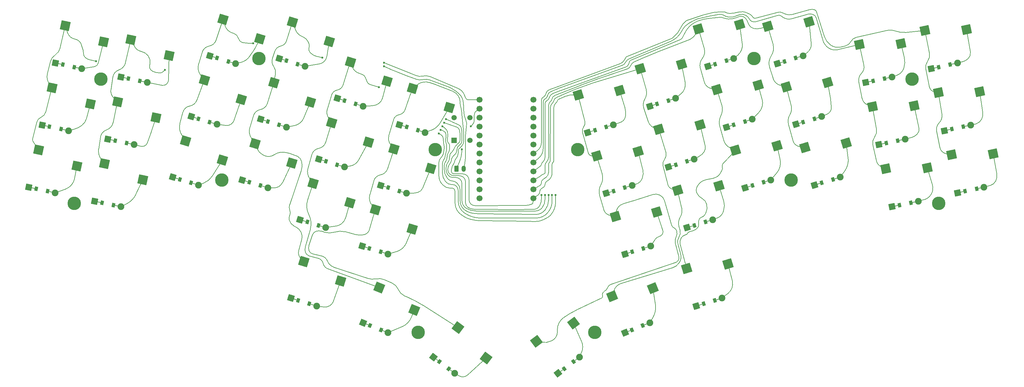
<source format=gbr>
%TF.GenerationSoftware,KiCad,Pcbnew,8.0.6*%
%TF.CreationDate,2025-05-14T19:15:18+02:00*%
%TF.ProjectId,main-rounded,6d61696e-2d72-46f7-956e-6465642e6b69,v1.0.0*%
%TF.SameCoordinates,Original*%
%TF.FileFunction,Copper,L2,Bot*%
%TF.FilePolarity,Positive*%
%FSLAX46Y46*%
G04 Gerber Fmt 4.6, Leading zero omitted, Abs format (unit mm)*
G04 Created by KiCad (PCBNEW 8.0.6) date 2025-05-14 19:15:18*
%MOMM*%
%LPD*%
G01*
G04 APERTURE LIST*
G04 Aperture macros list*
%AMRoundRect*
0 Rectangle with rounded corners*
0 $1 Rounding radius*
0 $2 $3 $4 $5 $6 $7 $8 $9 X,Y pos of 4 corners*
0 Add a 4 corners polygon primitive as box body*
4,1,4,$2,$3,$4,$5,$6,$7,$8,$9,$2,$3,0*
0 Add four circle primitives for the rounded corners*
1,1,$1+$1,$2,$3*
1,1,$1+$1,$4,$5*
1,1,$1+$1,$6,$7*
1,1,$1+$1,$8,$9*
0 Add four rect primitives between the rounded corners*
20,1,$1+$1,$2,$3,$4,$5,0*
20,1,$1+$1,$4,$5,$6,$7,0*
20,1,$1+$1,$6,$7,$8,$9,0*
20,1,$1+$1,$8,$9,$2,$3,0*%
%AMRotRect*
0 Rectangle, with rotation*
0 The origin of the aperture is its center*
0 $1 length*
0 $2 width*
0 $3 Rotation angle, in degrees counterclockwise*
0 Add horizontal line*
21,1,$1,$2,0,0,$3*%
G04 Aperture macros list end*
%TA.AperFunction,Conductor*%
%ADD10C,0.200000*%
%TD*%
%TA.AperFunction,ComponentPad*%
%ADD11RotRect,1.778000X1.778000X343.000000*%
%TD*%
%TA.AperFunction,SMDPad,CuDef*%
%ADD12RotRect,0.900000X1.200000X343.000000*%
%TD*%
%TA.AperFunction,ComponentPad*%
%ADD13C,1.905000*%
%TD*%
%TA.AperFunction,SMDPad,CuDef*%
%ADD14RotRect,2.600000X2.600000X17.000000*%
%TD*%
%TA.AperFunction,ComponentPad*%
%ADD15RotRect,1.778000X1.778000X17.000000*%
%TD*%
%TA.AperFunction,SMDPad,CuDef*%
%ADD16RotRect,0.900000X1.200000X17.000000*%
%TD*%
%TA.AperFunction,SMDPad,CuDef*%
%ADD17RotRect,2.600000X2.600000X323.000000*%
%TD*%
%TA.AperFunction,SMDPad,CuDef*%
%ADD18RotRect,2.600000X2.600000X12.000000*%
%TD*%
%TA.AperFunction,SMDPad,CuDef*%
%ADD19RotRect,2.600000X2.600000X348.000000*%
%TD*%
%TA.AperFunction,ComponentPad*%
%ADD20RotRect,1.778000X1.778000X348.000000*%
%TD*%
%TA.AperFunction,SMDPad,CuDef*%
%ADD21RotRect,0.900000X1.200000X348.000000*%
%TD*%
%TA.AperFunction,ComponentPad*%
%ADD22C,3.800000*%
%TD*%
%TA.AperFunction,SMDPad,CuDef*%
%ADD23RotRect,2.600000X2.600000X343.000000*%
%TD*%
%TA.AperFunction,ComponentPad*%
%ADD24RotRect,1.778000X1.778000X12.000000*%
%TD*%
%TA.AperFunction,SMDPad,CuDef*%
%ADD25RotRect,0.900000X1.200000X12.000000*%
%TD*%
%TA.AperFunction,SMDPad,CuDef*%
%ADD26RotRect,2.600000X2.600000X22.000000*%
%TD*%
%TA.AperFunction,SMDPad,CuDef*%
%ADD27RotRect,2.600000X2.600000X37.000000*%
%TD*%
%TA.AperFunction,SMDPad,CuDef*%
%ADD28RotRect,2.600000X2.600000X338.000000*%
%TD*%
%TA.AperFunction,ComponentPad*%
%ADD29RotRect,1.778000X1.778000X323.000000*%
%TD*%
%TA.AperFunction,SMDPad,CuDef*%
%ADD30RotRect,0.900000X1.200000X323.000000*%
%TD*%
%TA.AperFunction,ComponentPad*%
%ADD31RoundRect,0.240000X-0.360000X-0.635000X0.360000X-0.635000X0.360000X0.635000X-0.360000X0.635000X0*%
%TD*%
%TA.AperFunction,ComponentPad*%
%ADD32O,1.200000X1.750000*%
%TD*%
%TA.AperFunction,ComponentPad*%
%ADD33RotRect,1.778000X1.778000X37.000000*%
%TD*%
%TA.AperFunction,SMDPad,CuDef*%
%ADD34RotRect,0.900000X1.200000X37.000000*%
%TD*%
%TA.AperFunction,ComponentPad*%
%ADD35R,1.498000X1.498000*%
%TD*%
%TA.AperFunction,ComponentPad*%
%ADD36C,1.498000*%
%TD*%
%TA.AperFunction,ComponentPad*%
%ADD37RotRect,1.778000X1.778000X22.000000*%
%TD*%
%TA.AperFunction,SMDPad,CuDef*%
%ADD38RotRect,0.900000X1.200000X22.000000*%
%TD*%
%TA.AperFunction,ComponentPad*%
%ADD39RotRect,1.778000X1.778000X338.000000*%
%TD*%
%TA.AperFunction,SMDPad,CuDef*%
%ADD40RotRect,0.900000X1.200000X338.000000*%
%TD*%
%TA.AperFunction,ComponentPad*%
%ADD41C,1.700000*%
%TD*%
%TA.AperFunction,ViaPad*%
%ADD42C,0.600000*%
%TD*%
G04 APERTURE END LIST*
D10*
%TO.N,P4*%
X241000000Y-85000000D02*
X240000000Y-86000000D01*
X244000000Y-84000000D02*
X241000000Y-85000000D01*
X238500000Y-88500000D02*
X237000000Y-90000000D01*
%TD*%
D11*
%TO.P,D14,1*%
%TO.N,P20*%
X136978943Y-124283215D03*
D12*
X139044561Y-124914738D03*
%TO.P,D14,2*%
%TO.N,index_home*%
X142200367Y-125879564D03*
D13*
X144265985Y-126511087D03*
%TD*%
D11*
%TO.P,D18,1*%
%TO.N,P21*%
X159826681Y-114537402D03*
D12*
X161892299Y-115168925D03*
%TO.P,D18,2*%
%TO.N,inner_top*%
X165048105Y-116133751D03*
D13*
X167113723Y-116765274D03*
%TD*%
D14*
%TO.P,S40,1*%
%TO.N,P7*%
X241102742Y-155304809D03*
%TO.P,S40,2*%
%TO.N,mirror_near_thumb*%
X252791280Y-154031786D03*
%TD*%
D15*
%TO.P,D32,1*%
%TO.N,P0*%
X252338500Y-115218197D03*
D16*
X254404118Y-114586674D03*
%TO.P,D32,2*%
%TO.N,mirror_middle_home*%
X257559924Y-113621848D03*
D13*
X259625542Y-112990325D03*
%TD*%
D15*
%TO.P,D31,1*%
%TO.N,P2*%
X257601191Y-132431682D03*
D16*
X259666809Y-131800159D03*
%TO.P,D31,2*%
%TO.N,mirror_middle_bottom*%
X262822615Y-130835333D03*
D13*
X264888233Y-130203810D03*
%TD*%
D11*
%TO.P,D11,1*%
%TO.N,P20*%
X120563383Y-112990325D03*
D12*
X122629001Y-113621848D03*
%TO.P,D11,2*%
%TO.N,middle_home*%
X125784807Y-114586674D03*
D13*
X127850425Y-115218197D03*
%TD*%
D17*
%TO.P,S21,1*%
%TO.N,P9*%
X176425685Y-172031532D03*
%TO.P,S21,2*%
%TO.N,far_thumb*%
X184325932Y-180739493D03*
%TD*%
D14*
%TO.P,S36,1*%
%TO.N,P8*%
X227970402Y-98669646D03*
%TO.P,S36,2*%
%TO.N,mirror_index_top*%
X239658940Y-97396623D03*
%TD*%
D18*
%TO.P,S24,1*%
%TO.N,P4*%
X308496349Y-87818896D03*
%TO.P,S24,2*%
%TO.N,mirror_outer_top*%
X320251360Y-87569440D03*
%TD*%
D19*
%TO.P,S1,1*%
%TO.N,P4*%
X57800889Y-121670387D03*
%TO.P,S1,2*%
%TO.N,outer_bottom*%
X68641088Y-126223692D03*
%TD*%
D15*
%TO.P,D34,1*%
%TO.N,P2*%
X241185631Y-143724573D03*
D16*
X243251249Y-143093050D03*
%TO.P,D34,2*%
%TO.N,mirror_index_bottom*%
X246407055Y-142128224D03*
D13*
X248472673Y-141496701D03*
%TD*%
D20*
%TO.P,D6,1*%
%TO.N,P21*%
X81070573Y-101006878D03*
D21*
X83183371Y-101455969D03*
%TO.P,D6,2*%
%TO.N,pinky_top*%
X86411259Y-102142077D03*
D13*
X88524057Y-102591168D03*
%TD*%
D19*
%TO.P,S2,1*%
%TO.N,P4*%
X61543299Y-104063731D03*
%TO.P,S2,2*%
%TO.N,outer_home*%
X72383498Y-108617036D03*
%TD*%
D22*
%TO.P,H3,*%
%TO.N,*%
X67861043Y-136843582D03*
%TD*%
D23*
%TO.P,S16,1*%
%TO.N,P9*%
X153014393Y-138649254D03*
%TO.P,S16,2*%
%TO.N,inner_bottom*%
X163416495Y-144130018D03*
%TD*%
%TO.P,S10,1*%
%TO.N,P7*%
X119013786Y-119888691D03*
%TO.P,S10,2*%
%TO.N,middle_bottom*%
X129415888Y-125369455D03*
%TD*%
D15*
%TO.P,D35,1*%
%TO.N,P0*%
X235922940Y-126511087D03*
D16*
X237988558Y-125879564D03*
%TO.P,D35,2*%
%TO.N,mirror_index_home*%
X241144364Y-124914738D03*
D13*
X243209982Y-124283215D03*
%TD*%
D11*
%TO.P,D7,1*%
%TO.N,P19*%
X95669044Y-129430271D03*
D12*
X97734662Y-130061794D03*
%TO.P,D7,2*%
%TO.N,ring_bottom*%
X100890468Y-131026620D03*
D13*
X102956086Y-131658143D03*
%TD*%
D22*
%TO.P,H9,*%
%TO.N,*%
X169921428Y-121639132D03*
%TD*%
D18*
%TO.P,S26,1*%
%TO.N,P5*%
X293653955Y-109375875D03*
%TO.P,S26,2*%
%TO.N,mirror_pinky_home*%
X305408966Y-109126419D03*
%TD*%
D23*
%TO.P,S17,1*%
%TO.N,P9*%
X158277084Y-121435769D03*
%TO.P,S17,2*%
%TO.N,inner_home*%
X168679186Y-126916533D03*
%TD*%
D24*
%TO.P,D27,1*%
%TO.N,P1*%
X291664869Y-102591168D03*
D25*
X293777667Y-102142077D03*
%TO.P,D27,2*%
%TO.N,mirror_pinky_top*%
X297005555Y-101455969D03*
D13*
X299118353Y-101006878D03*
%TD*%
D14*
%TO.P,S32,1*%
%TO.N,P7*%
X249648653Y-104590241D03*
%TO.P,S32,2*%
%TO.N,mirror_middle_home*%
X261337191Y-103317218D03*
%TD*%
D20*
%TO.P,D5,1*%
%TO.N,P20*%
X77328162Y-118613535D03*
D21*
X79440960Y-119062626D03*
%TO.P,D5,2*%
%TO.N,pinky_home*%
X82668848Y-119748734D03*
D13*
X84781646Y-120197825D03*
%TD*%
D14*
%TO.P,S35,1*%
%TO.N,P8*%
X233233092Y-115883132D03*
%TO.P,S35,2*%
%TO.N,mirror_index_home*%
X244921630Y-114610109D03*
%TD*%
D26*
%TO.P,S41,1*%
%TO.N,P8*%
X219989396Y-163188644D03*
%TO.P,S41,2*%
%TO.N,mirror_home_thumb*%
X231522504Y-160901742D03*
%TD*%
D14*
%TO.P,S34,1*%
%TO.N,P8*%
X238495783Y-133096617D03*
%TO.P,S34,2*%
%TO.N,mirror_index_bottom*%
X250184321Y-131823594D03*
%TD*%
D15*
%TO.P,D33,1*%
%TO.N,P1*%
X247075809Y-98004711D03*
D16*
X249141427Y-97373188D03*
%TO.P,D33,2*%
%TO.N,mirror_middle_top*%
X252297233Y-96408362D03*
D13*
X254362851Y-95776839D03*
%TD*%
D23*
%TO.P,S7,1*%
%TO.N,P6*%
X99382137Y-119115153D03*
%TO.P,S7,2*%
%TO.N,ring_bottom*%
X109784239Y-124595917D03*
%TD*%
D22*
%TO.P,H7,*%
%TO.N,*%
X260090871Y-95803284D03*
%TD*%
D20*
%TO.P,D3,1*%
%TO.N,P21*%
X62485768Y-97056556D03*
D21*
X64598566Y-97505647D03*
%TO.P,D3,2*%
%TO.N,outer_top*%
X67826454Y-98191755D03*
D13*
X69939252Y-98640846D03*
%TD*%
D22*
%TO.P,H2,*%
%TO.N,*%
X304843061Y-101630268D03*
%TD*%
D14*
%TO.P,S33,1*%
%TO.N,P7*%
X244385962Y-87376755D03*
%TO.P,S33,2*%
%TO.N,mirror_middle_top*%
X256074500Y-86103732D03*
%TD*%
D27*
%TO.P,S42,1*%
%TO.N,P9*%
X198532178Y-175973420D03*
%TO.P,S42,2*%
%TO.N,mirror_far_thumb*%
X209080412Y-170779455D03*
%TD*%
D24*
%TO.P,D22,1*%
%TO.N,P2*%
X317734494Y-133854159D03*
D25*
X319847292Y-133405068D03*
%TO.P,D22,2*%
%TO.N,mirror_outer_bottom*%
X323075180Y-132718960D03*
D13*
X325187978Y-132269869D03*
%TD*%
D15*
%TO.P,D40,1*%
%TO.N,P3*%
X243792589Y-165932764D03*
D16*
X245858207Y-165301241D03*
%TO.P,D40,2*%
%TO.N,mirror_near_thumb*%
X249014013Y-164336415D03*
D13*
X251079631Y-163704892D03*
%TD*%
D23*
%TO.P,S14,1*%
%TO.N,P8*%
X140692037Y-113968097D03*
%TO.P,S14,2*%
%TO.N,index_home*%
X151094139Y-119448861D03*
%TD*%
D24*
%TO.P,D25,1*%
%TO.N,P2*%
X299149690Y-137804482D03*
D25*
X301262488Y-137355391D03*
%TO.P,D25,2*%
%TO.N,mirror_pinky_bottom*%
X304490376Y-136669283D03*
D13*
X306603174Y-136220192D03*
%TD*%
D28*
%TO.P,S20,1*%
%TO.N,P8*%
X154126475Y-160734970D03*
%TO.P,S20,2*%
%TO.N,home_thumb*%
X164011314Y-167101481D03*
%TD*%
D23*
%TO.P,S12,1*%
%TO.N,P7*%
X129539167Y-85461720D03*
%TO.P,S12,2*%
%TO.N,middle_top*%
X139941269Y-90942484D03*
%TD*%
D11*
%TO.P,D15,1*%
%TO.N,P21*%
X142241634Y-107069730D03*
D12*
X144307252Y-107701253D03*
%TO.P,D15,2*%
%TO.N,index_top*%
X147463058Y-108666079D03*
D13*
X149528676Y-109297602D03*
%TD*%
D18*
%TO.P,S27,1*%
%TO.N,P5*%
X289911544Y-91769218D03*
%TO.P,S27,2*%
%TO.N,mirror_pinky_top*%
X301666555Y-91519762D03*
%TD*%
%TO.P,S25,1*%
%TO.N,P5*%
X297396365Y-126982532D03*
%TO.P,S25,2*%
%TO.N,mirror_pinky_bottom*%
X309151376Y-126733076D03*
%TD*%
D11*
%TO.P,D17,1*%
%TO.N,P20*%
X154563990Y-131750887D03*
D12*
X156629608Y-132382410D03*
%TO.P,D17,2*%
%TO.N,inner_home*%
X159785414Y-133347236D03*
D13*
X161851032Y-133978759D03*
%TD*%
D11*
%TO.P,D13,1*%
%TO.N,P19*%
X131716253Y-141496701D03*
D12*
X133781871Y-142128224D03*
%TO.P,D13,2*%
%TO.N,index_bottom*%
X136937677Y-143093050D03*
D13*
X139003295Y-143724573D03*
%TD*%
D22*
%TO.P,H5,*%
%TO.N,*%
X120098055Y-95803284D03*
%TD*%
D20*
%TO.P,D2,1*%
%TO.N,P20*%
X58743358Y-114663213D03*
D21*
X60856156Y-115112304D03*
%TO.P,D2,2*%
%TO.N,outer_home*%
X64084044Y-115798412D03*
D13*
X66196842Y-116247503D03*
%TD*%
D15*
%TO.P,D39,1*%
%TO.N,P1*%
X213075202Y-116765274D03*
D16*
X215140820Y-116133751D03*
%TO.P,D39,2*%
%TO.N,mirror_inner_top*%
X218296626Y-115168925D03*
D13*
X220362244Y-114537402D03*
%TD*%
D22*
%TO.P,H10,*%
%TO.N,*%
X210267497Y-121639132D03*
%TD*%
%TO.P,H6,*%
%TO.N,*%
X109572673Y-130230255D03*
%TD*%
D29*
%TO.P,D21,1*%
%TO.N,P18*%
X169408540Y-180454619D03*
D30*
X171133592Y-181754539D03*
%TO.P,D21,2*%
%TO.N,far_thumb*%
X173769090Y-183740529D03*
D13*
X175494142Y-185040449D03*
%TD*%
D23*
%TO.P,S15,1*%
%TO.N,P8*%
X145954727Y-96754611D03*
%TO.P,S15,2*%
%TO.N,index_top*%
X156356829Y-102235375D03*
%TD*%
D24*
%TO.P,D26,1*%
%TO.N,P0*%
X295407279Y-120197825D03*
D25*
X297520077Y-119748734D03*
%TO.P,D26,2*%
%TO.N,mirror_pinky_home*%
X300747965Y-119062626D03*
D13*
X302860763Y-118613535D03*
%TD*%
D15*
%TO.P,D38,1*%
%TO.N,P0*%
X218337893Y-133978759D03*
D16*
X220403511Y-133347236D03*
%TO.P,D38,2*%
%TO.N,mirror_inner_home*%
X223559317Y-132382410D03*
D13*
X225624935Y-131750887D03*
%TD*%
D11*
%TO.P,D19,1*%
%TO.N,P18*%
X129109294Y-163704892D03*
D12*
X131174912Y-164336415D03*
%TO.P,D19,2*%
%TO.N,near_thumb*%
X134330718Y-165301241D03*
D13*
X136396336Y-165932764D03*
%TD*%
D19*
%TO.P,S5,1*%
%TO.N,P5*%
X80128104Y-108014053D03*
%TO.P,S5,2*%
%TO.N,pinky_home*%
X90968303Y-112567358D03*
%TD*%
D14*
%TO.P,S37,1*%
%TO.N,P9*%
X220910736Y-140564289D03*
%TO.P,S37,2*%
%TO.N,mirror_inner_bottom*%
X232599274Y-139291266D03*
%TD*%
D18*
%TO.P,S23,1*%
%TO.N,P4*%
X312238759Y-105425553D03*
%TO.P,S23,2*%
%TO.N,mirror_outer_home*%
X323993770Y-105176097D03*
%TD*%
D22*
%TO.P,H11,*%
%TO.N,*%
X165145313Y-173437661D03*
%TD*%
D11*
%TO.P,D10,1*%
%TO.N,P19*%
X115300692Y-130203810D03*
D12*
X117366310Y-130835333D03*
%TO.P,D10,2*%
%TO.N,middle_bottom*%
X120522116Y-131800159D03*
D13*
X122587734Y-132431682D03*
%TD*%
D14*
%TO.P,S39,1*%
%TO.N,P9*%
X210385355Y-106137318D03*
%TO.P,S39,2*%
%TO.N,mirror_inner_top*%
X222073893Y-104864295D03*
%TD*%
D11*
%TO.P,D9,1*%
%TO.N,P21*%
X106194425Y-95003300D03*
D12*
X108260043Y-95634823D03*
%TO.P,D9,2*%
%TO.N,ring_top*%
X111415849Y-96599649D03*
D13*
X113481467Y-97231172D03*
%TD*%
D19*
%TO.P,S6,1*%
%TO.N,P5*%
X83870514Y-90407396D03*
%TO.P,S6,2*%
%TO.N,pinky_top*%
X94710713Y-94960701D03*
%TD*%
D14*
%TO.P,S38,1*%
%TO.N,P9*%
X215648045Y-123350804D03*
%TO.P,S38,2*%
%TO.N,mirror_inner_home*%
X227336583Y-122077781D03*
%TD*%
D19*
%TO.P,S4,1*%
%TO.N,P5*%
X76385693Y-125620710D03*
%TO.P,S4,2*%
%TO.N,pinky_bottom*%
X87225892Y-130174015D03*
%TD*%
D11*
%TO.P,D12,1*%
%TO.N,P21*%
X125826074Y-95776839D03*
D12*
X127891692Y-96408362D03*
%TO.P,D12,2*%
%TO.N,middle_top*%
X131047498Y-97373188D03*
D13*
X133113116Y-98004711D03*
%TD*%
D20*
%TO.P,D4,1*%
%TO.N,P19*%
X73585752Y-136220192D03*
D21*
X75698550Y-136669283D03*
%TO.P,D4,2*%
%TO.N,pinky_bottom*%
X78926438Y-137355391D03*
D13*
X81039236Y-137804482D03*
%TD*%
D23*
%TO.P,S18,1*%
%TO.N,P9*%
X163539774Y-104222283D03*
%TO.P,S18,2*%
%TO.N,inner_top*%
X173941876Y-109703047D03*
%TD*%
D11*
%TO.P,D8,1*%
%TO.N,P20*%
X100931734Y-112216786D03*
D12*
X102997352Y-112848309D03*
%TO.P,D8,2*%
%TO.N,ring_home*%
X106153158Y-113813135D03*
D13*
X108218776Y-114444658D03*
%TD*%
D23*
%TO.P,S11,1*%
%TO.N,P7*%
X124276477Y-102675206D03*
%TO.P,S11,2*%
%TO.N,middle_home*%
X134678579Y-108155970D03*
%TD*%
D22*
%TO.P,H8,*%
%TO.N,*%
X270616252Y-130230255D03*
%TD*%
%TO.P,H1,*%
%TO.N,*%
X75345864Y-101630268D03*
%TD*%
D15*
%TO.P,D30,1*%
%TO.N,P1*%
X266707458Y-97231172D03*
D16*
X268773076Y-96599649D03*
%TO.P,D30,2*%
%TO.N,mirror_ring_top*%
X271928882Y-95634823D03*
D13*
X273994500Y-95003300D03*
%TD*%
D31*
%TO.P,JST1,1*%
%TO.N,GND*%
X176000000Y-127000000D03*
D32*
%TO.P,JST1,2*%
%TO.N,Bat+*%
X178000000Y-127000000D03*
%TD*%
D33*
%TO.P,D42,1*%
%TO.N,P3*%
X204694783Y-185040449D03*
D34*
X206419835Y-183740529D03*
%TO.P,D42,2*%
%TO.N,mirror_far_thumb*%
X209055333Y-181754539D03*
D13*
X210780385Y-180454619D03*
%TD*%
D20*
%TO.P,D1,1*%
%TO.N,P19*%
X55000947Y-132269869D03*
D21*
X57113745Y-132718960D03*
%TO.P,D1,2*%
%TO.N,outer_bottom*%
X60341633Y-133405068D03*
D13*
X62454431Y-133854159D03*
%TD*%
D23*
%TO.P,S19,1*%
%TO.N,P7*%
X132822388Y-153389774D03*
%TO.P,S19,2*%
%TO.N,near_thumb*%
X143224490Y-158870538D03*
%TD*%
D15*
%TO.P,D28,1*%
%TO.N,P2*%
X277232840Y-131658143D03*
D16*
X279298458Y-131026620D03*
%TO.P,D28,2*%
%TO.N,mirror_ring_bottom*%
X282454264Y-130061794D03*
D13*
X284519882Y-129430271D03*
%TD*%
D15*
%TO.P,D37,1*%
%TO.N,P2*%
X223600584Y-151192245D03*
D16*
X225666202Y-150560722D03*
%TO.P,D37,2*%
%TO.N,mirror_inner_bottom*%
X228822008Y-149595896D03*
D13*
X230887626Y-148964373D03*
%TD*%
D35*
%TO.P,REF\u002A\u002A,1*%
%TO.N,GND*%
X175250000Y-119000000D03*
D36*
%TO.P,REF\u002A\u002A,2*%
%TO.N,RST*%
X175250000Y-112500000D03*
%TO.P,REF\u002A\u002A,3*%
%TO.N,GND*%
X179750000Y-119000000D03*
%TO.P,REF\u002A\u002A,4*%
%TO.N,RST*%
X179750000Y-112500000D03*
%TD*%
D22*
%TO.P,H4,*%
%TO.N,*%
X312327882Y-136843582D03*
%TD*%
D19*
%TO.P,S3,1*%
%TO.N,P4*%
X65285710Y-86457074D03*
%TO.P,S3,2*%
%TO.N,outer_top*%
X76125909Y-91010379D03*
%TD*%
D15*
%TO.P,D36,1*%
%TO.N,P1*%
X230660249Y-109297602D03*
D16*
X232725867Y-108666079D03*
%TO.P,D36,2*%
%TO.N,mirror_index_top*%
X235881673Y-107701253D03*
D13*
X237947291Y-107069730D03*
%TD*%
D24*
%TO.P,D24,1*%
%TO.N,P1*%
X310249673Y-98640846D03*
D25*
X312362471Y-98191755D03*
%TO.P,D24,2*%
%TO.N,mirror_outer_top*%
X315590359Y-97505647D03*
D13*
X317703157Y-97056556D03*
%TD*%
D15*
%TO.P,D29,1*%
%TO.N,P0*%
X271970149Y-114444658D03*
D16*
X274035767Y-113813135D03*
%TO.P,D29,2*%
%TO.N,mirror_ring_home*%
X277191573Y-112848309D03*
D13*
X279257191Y-112216786D03*
%TD*%
D22*
%TO.P,H12,*%
%TO.N,*%
X215043612Y-173437661D03*
%TD*%
D24*
%TO.P,D23,1*%
%TO.N,P0*%
X313992084Y-116247503D03*
D25*
X316104882Y-115798412D03*
%TO.P,D23,2*%
%TO.N,mirror_outer_home*%
X319332770Y-115112304D03*
D13*
X321445568Y-114663213D03*
%TD*%
D14*
%TO.P,S31,1*%
%TO.N,P7*%
X254911343Y-121803726D03*
%TO.P,S31,2*%
%TO.N,mirror_middle_bottom*%
X266599881Y-120530703D03*
%TD*%
D23*
%TO.P,S8,1*%
%TO.N,P6*%
X104644828Y-101901667D03*
%TO.P,S8,2*%
%TO.N,ring_home*%
X115046930Y-107382431D03*
%TD*%
%TO.P,S9,1*%
%TO.N,P6*%
X109907518Y-84688182D03*
%TO.P,S9,2*%
%TO.N,ring_top*%
X120309620Y-90168946D03*
%TD*%
D37*
%TO.P,D41,1*%
%TO.N,P3*%
X223595295Y-173541722D03*
D38*
X225598012Y-172732572D03*
%TO.P,D41,2*%
%TO.N,mirror_home_thumb*%
X228657718Y-171496370D03*
D13*
X230660435Y-170687220D03*
%TD*%
D14*
%TO.P,S30,1*%
%TO.N,P6*%
X264017611Y-86603217D03*
%TO.P,S30,2*%
%TO.N,mirror_ring_top*%
X275706149Y-85330194D03*
%TD*%
D23*
%TO.P,S13,1*%
%TO.N,P8*%
X135429346Y-131181582D03*
%TO.P,S13,2*%
%TO.N,index_bottom*%
X145831448Y-136662346D03*
%TD*%
D18*
%TO.P,S22,1*%
%TO.N,P4*%
X315981170Y-123032209D03*
%TO.P,S22,2*%
%TO.N,mirror_outer_bottom*%
X327736181Y-122782753D03*
%TD*%
D11*
%TO.P,D16,1*%
%TO.N,P19*%
X149301300Y-148964373D03*
D12*
X151366918Y-149595896D03*
%TO.P,D16,2*%
%TO.N,inner_bottom*%
X154522724Y-150560722D03*
D13*
X156588342Y-151192245D03*
%TD*%
D39*
%TO.P,D20,1*%
%TO.N,P18*%
X149528490Y-170687220D03*
D40*
X151531207Y-171496370D03*
%TO.P,D20,2*%
%TO.N,home_thumb*%
X154590913Y-172732572D03*
D13*
X156593630Y-173541722D03*
%TD*%
D14*
%TO.P,S28,1*%
%TO.N,P6*%
X274542992Y-121030188D03*
%TO.P,S28,2*%
%TO.N,mirror_ring_bottom*%
X286231530Y-119757165D03*
%TD*%
%TO.P,S29,1*%
%TO.N,P6*%
X269280302Y-103816702D03*
%TO.P,S29,2*%
%TO.N,mirror_ring_home*%
X280968840Y-102543679D03*
%TD*%
D41*
%TO.P,MCU1,1*%
%TO.N,P1*%
X197740000Y-107460000D03*
%TO.P,MCU1,2*%
%TO.N,P0*%
X197740000Y-110000000D03*
%TO.P,MCU1,3*%
%TO.N,GND*%
X197740000Y-112540000D03*
%TO.P,MCU1,4*%
X197740000Y-115080000D03*
%TO.P,MCU1,5*%
%TO.N,P2*%
X197740000Y-117620000D03*
%TO.P,MCU1,6*%
%TO.N,P3*%
X197740000Y-120160000D03*
%TO.P,MCU1,7*%
%TO.N,P4*%
X197740000Y-122700000D03*
%TO.P,MCU1,8*%
%TO.N,P5*%
X197740000Y-125240000D03*
%TO.P,MCU1,9*%
%TO.N,P6*%
X197740000Y-127780000D03*
%TO.P,MCU1,10*%
%TO.N,P7*%
X197740000Y-130320000D03*
%TO.P,MCU1,11*%
%TO.N,P8*%
X197740000Y-132860000D03*
%TO.P,MCU1,12*%
%TO.N,P9*%
X197740000Y-135400000D03*
%TO.P,MCU1,13*%
%TO.N,P10*%
X182500000Y-135400000D03*
%TO.P,MCU1,14*%
%TO.N,P16*%
X182500000Y-132860000D03*
%TO.P,MCU1,15*%
%TO.N,P14*%
X182500000Y-130320000D03*
%TO.P,MCU1,16*%
%TO.N,P15*%
X182500000Y-127780000D03*
%TO.P,MCU1,17*%
%TO.N,P18*%
X182500000Y-125240000D03*
%TO.P,MCU1,18*%
%TO.N,P19*%
X182500000Y-122700000D03*
%TO.P,MCU1,19*%
%TO.N,P20*%
X182500000Y-120160000D03*
%TO.P,MCU1,20*%
%TO.N,P21*%
X182500000Y-117620000D03*
%TO.P,MCU1,21*%
%TO.N,VCC*%
X182500000Y-115080000D03*
%TO.P,MCU1,22*%
%TO.N,RST*%
X182500000Y-112540000D03*
%TO.P,MCU1,23*%
%TO.N,GND*%
X182500000Y-110000000D03*
%TO.P,MCU1,24*%
%TO.N,RAW*%
X182500000Y-107460000D03*
%TD*%
D42*
%TO.N,P4*%
X171000000Y-117000000D03*
X74000000Y-96500000D03*
X204000000Y-134500000D03*
%TO.N,P5*%
X203000000Y-134500000D03*
X93500000Y-99000000D03*
X171500000Y-116000000D03*
%TO.N,P6*%
X202000000Y-134500000D03*
X172000000Y-115000000D03*
X118500000Y-91500000D03*
%TO.N,P7*%
X172500000Y-114000000D03*
X138000000Y-95500000D03*
X201000000Y-134500000D03*
%TO.N,P8*%
X173000000Y-113000000D03*
X200000000Y-134500000D03*
X154000000Y-103900000D03*
%TO.N,RAW*%
X155500000Y-97000000D03*
%TO.N,GND*%
X177522956Y-121500000D03*
X180000000Y-115000000D03*
%TO.N,Bat+*%
X155500000Y-98000000D03*
%TD*%
D10*
%TO.N,GND*%
X181000000Y-113289289D02*
X181000000Y-113289457D01*
X181000000Y-113240027D02*
X181000000Y-113240194D01*
X181000000Y-113286628D02*
X181000000Y-113286670D01*
X181000000Y-113194936D02*
X181000000Y-113195145D01*
X181000000Y-113276464D02*
X181000000Y-113277139D01*
X181000000Y-113107012D02*
X181000000Y-113107054D01*
X181000000Y-113232572D02*
X181000000Y-113235252D01*
X181000000Y-113275795D02*
X181000000Y-113276464D01*
X181000000Y-113174430D02*
X181000000Y-113175435D01*
X181000000Y-113281077D02*
X181000000Y-113281245D01*
X181000000Y-113193363D02*
X181000000Y-113194034D01*
X181000000Y-113243630D02*
X181000000Y-113244300D01*
X181000000Y-113227209D02*
X181000000Y-113229892D01*
X181000000Y-113241473D02*
X181000000Y-113241514D01*
X181000000Y-113133800D02*
X181000000Y-113137318D01*
X181000000Y-113184650D02*
X181000000Y-113185322D01*
X181000000Y-113279926D02*
X181000000Y-113279968D01*
X181000000Y-113291655D02*
X181000000Y-113291864D01*
X181000000Y-113273955D02*
X181000000Y-113274290D01*
X181000000Y-113280573D02*
X181000000Y-113280742D01*
X181000000Y-113253095D02*
X181000000Y-113253263D01*
X181000000Y-113137318D02*
X181000000Y-113140836D01*
X181000000Y-113200401D02*
X181000000Y-113202160D01*
X181000000Y-113287110D02*
X181000000Y-113287948D01*
X181000000Y-113253431D02*
X181000000Y-113253599D01*
X181000000Y-113157173D02*
X181000000Y-113164126D01*
X181000000Y-113185322D02*
X181000000Y-113185994D01*
X181000000Y-113240697D02*
X181000000Y-113240865D01*
X181000000Y-113173425D02*
X181000000Y-113174430D01*
X181000000Y-113277139D02*
X181000000Y-113277809D01*
X181000000Y-113256803D02*
X181000000Y-113257935D01*
X181000000Y-113241033D02*
X181000000Y-113241201D01*
X181000000Y-113224528D02*
X181000000Y-113227209D01*
X181000000Y-113244300D02*
X181000000Y-113244970D01*
X181000000Y-113241432D02*
X181000000Y-113241473D01*
X181000000Y-113278479D02*
X181000000Y-113279149D01*
X181000000Y-113191185D02*
X181000000Y-113191519D01*
X181000000Y-113281748D02*
X181000000Y-113282586D01*
X181000000Y-113289457D02*
X181000000Y-113289625D01*
X181000000Y-113189510D02*
X181000000Y-113190515D01*
X181000000Y-113221847D02*
X181000000Y-113224528D01*
X181000000Y-113144522D02*
X181000000Y-113148041D01*
X181000000Y-113114196D02*
X181000000Y-113128438D01*
X181000000Y-113247482D02*
X181000000Y-113247817D01*
X181000000Y-113250079D02*
X181000000Y-113251671D01*
X181000000Y-113214643D02*
X181000000Y-113214979D01*
X181000000Y-113220004D02*
X181000000Y-113221009D01*
X181000000Y-113192692D02*
X181000000Y-113193363D01*
X181000000Y-113238854D02*
X181000000Y-113239692D01*
X181000000Y-113271778D02*
X181000000Y-113273118D01*
X181000000Y-113277809D02*
X181000000Y-113278479D01*
X181000000Y-113214979D02*
X181000000Y-113215315D01*
X181000000Y-113085565D02*
X181000000Y-113099849D01*
X181000000Y-113292032D02*
X181000000Y-113292074D01*
X181000000Y-113191519D02*
X181000000Y-113191853D01*
X181000000Y-113071281D02*
X181000000Y-113085565D01*
X181000000Y-113259043D02*
X181000000Y-113262392D01*
X181000000Y-113244970D02*
X181000000Y-113245640D01*
X181000000Y-113292305D02*
X181000000Y-113292473D01*
X181000000Y-113273620D02*
X181000000Y-113273955D01*
X181000000Y-113152001D02*
X181000000Y-113155393D01*
X181000000Y-113236152D02*
X181000000Y-113237031D01*
X181000000Y-113149885D02*
X181000000Y-113150053D01*
X181000000Y-113195145D02*
X181000000Y-113195354D01*
X181000000Y-113205093D02*
X181000000Y-113206769D01*
X181000000Y-113290106D02*
X181000000Y-113290316D01*
X181000000Y-113264633D02*
X181000000Y-113265766D01*
X181000000Y-113217994D02*
X181000000Y-113218329D01*
X181000000Y-113292704D02*
X181000000Y-113292746D01*
X181000000Y-113229892D02*
X181000000Y-113232572D01*
X181000000Y-113150221D02*
X181000000Y-113150389D01*
X181000000Y-113280072D02*
X181000000Y-113280239D01*
X181000000Y-113286670D02*
X181000000Y-113286712D01*
X181000000Y-113198642D02*
X181000000Y-113200401D01*
X181000000Y-113268176D02*
X181000000Y-113268345D01*
X181000000Y-113289121D02*
X181000000Y-113289289D01*
X181000000Y-113238372D02*
X181000000Y-113238414D01*
X181000000Y-113107054D02*
X181000000Y-113107096D01*
X181000000Y-113275126D02*
X181000000Y-113275795D01*
X181000000Y-113292830D02*
X181000000Y-113292872D01*
X181000000Y-113268616D02*
X181000000Y-113269327D01*
X181000000Y-113211794D02*
X181000000Y-113213805D01*
X181000000Y-113245640D02*
X181000000Y-113246310D01*
X181000000Y-113279968D02*
X181000000Y-113280010D01*
X181000000Y-113267838D02*
X181000000Y-113268007D01*
X181000000Y-113194034D02*
X181000000Y-113194705D01*
X181000000Y-113254080D02*
X181000000Y-113254875D01*
X181000000Y-113263500D02*
X181000000Y-113264633D01*
X181000000Y-113290546D02*
X181000000Y-113291216D01*
X181000000Y-113218497D02*
X181000000Y-113219167D01*
X181000000Y-113247147D02*
X181000000Y-113247482D01*
X181000000Y-113281245D02*
X181000000Y-113281413D01*
X181000000Y-113280406D02*
X181000000Y-113280573D01*
X181000000Y-113248320D02*
X181000000Y-113249660D01*
X181000000Y-113292746D02*
X181000000Y-113292788D01*
X181000000Y-113241850D02*
X181000000Y-113242060D01*
X181000000Y-113253263D02*
X181000000Y-113253431D01*
X181000000Y-113269767D02*
X181000000Y-113271358D01*
X181000000Y-113268007D02*
X181000000Y-113268176D01*
X181000000Y-113280239D02*
X181000000Y-113280406D01*
X181000000Y-113253599D02*
X181000000Y-113253767D01*
X181000000Y-113274457D02*
X181000000Y-113275126D01*
X181000000Y-113215817D02*
X181000000Y-113217157D01*
X181000000Y-113188505D02*
X181000000Y-113189510D01*
X181000000Y-113238414D02*
X181000000Y-113238456D01*
X181000000Y-113279590D02*
X181000000Y-113279800D01*
X181000000Y-113240865D02*
X181000000Y-113241033D01*
X181000000Y-113246310D02*
X181000000Y-113246980D01*
X181000000Y-113267669D02*
X181000000Y-113267838D01*
X181000000Y-113289896D02*
X181000000Y-113290106D01*
X181000000Y-113241201D02*
X181000000Y-113241369D01*
X181000000Y-113291446D02*
X181000000Y-113291655D01*
X181000000Y-113285266D02*
X181000000Y-113286188D01*
X181000000Y-113219167D02*
X181000000Y-113219837D01*
X181000000Y-113288450D02*
X181000000Y-113288617D01*
X181000000Y-113206769D02*
X181000000Y-113208445D01*
X181000000Y-113283506D02*
X181000000Y-113284427D01*
X181000000Y-113242290D02*
X181000000Y-113242960D01*
X181000000Y-113252111D02*
X181000000Y-113252823D01*
X181000000Y-113289688D02*
X181000000Y-113289729D01*
X181000000Y-113283025D02*
X181000000Y-113283066D01*
X181000000Y-113014083D02*
X181000000Y-113056976D01*
X181000000Y-113266561D02*
X181000000Y-113267356D01*
X181000000Y-113288283D02*
X181000000Y-113288450D01*
X181000000Y-113208445D02*
X181000000Y-113210121D01*
X181000000Y-113197051D02*
X181000000Y-113198475D01*
X181000000Y-113192021D02*
X181000000Y-113192692D01*
X181000000Y-113292137D02*
X181000000Y-113292305D01*
X181000000Y-113149717D02*
X181000000Y-113149885D01*
X181000000Y-113289729D02*
X181000000Y-113289770D01*
X181000000Y-113176608D02*
X181000000Y-113179959D01*
X181000000Y-113195794D02*
X181000000Y-113196883D01*
X181000000Y-113165886D02*
X181000000Y-113171247D01*
X181000000Y-113241640D02*
X181000000Y-113241850D01*
X181000000Y-113292473D02*
X181000000Y-113292641D01*
X181000000Y-113291990D02*
X181000000Y-113292032D01*
X181000000Y-113242960D02*
X181000000Y-113243630D01*
X181000000Y-113150053D02*
X181000000Y-113150221D01*
X181000000Y-113237031D02*
X181000000Y-113237910D01*
X181000000Y-113282984D02*
X181000000Y-113283025D01*
X181000000Y-113255671D02*
X181000000Y-113256803D01*
X181000000Y-113240194D02*
X181000000Y-113240361D01*
X181000000Y-113288953D02*
X181000000Y-113289121D01*
X181000000Y-113217659D02*
X181000000Y-113217994D01*
X181000000Y-113279380D02*
X181000000Y-113279590D01*
X181000000Y-113179959D02*
X181000000Y-113183310D01*
%TO.N,P9*%
X177479961Y-120520030D02*
G75*
G03*
X177478984Y-120521007I238139J-239170D01*
G01*
X176657982Y-121342567D02*
G75*
G03*
X176657483Y-121343066I62018J-62533D01*
G01*
X177463955Y-120536036D02*
G75*
G03*
X177463709Y-120536280I14845J-15164D01*
G01*
X176625534Y-121375065D02*
G75*
G03*
X176625410Y-121375190I7766J-7835D01*
G01*
X176779832Y-121220556D02*
G75*
G03*
X176779610Y-121220777I12068J-12344D01*
G01*
X177186868Y-120813209D02*
G75*
G03*
X177186449Y-120813630I44032J-44191D01*
G01*
X177495229Y-120504762D02*
G75*
G03*
X177494987Y-120505006I14671J-14838D01*
G01*
X177442699Y-120557293D02*
G75*
G03*
X177442454Y-120557538I14901J-15107D01*
G01*
X177499876Y-120500121D02*
G75*
G03*
X177499631Y-120500364I14724J-15079D01*
G01*
X177463710Y-120536281D02*
G75*
G03*
X177463465Y-120536525I29790J-30119D01*
G01*
X177499387Y-120500607D02*
G75*
G03*
X177499143Y-120500853I14913J-15093D01*
G01*
X176623418Y-121377188D02*
G75*
G03*
X176623293Y-121377313I3882J-4012D01*
G01*
X176625410Y-121375190D02*
G75*
G03*
X176625285Y-121375315I3890J-4010D01*
G01*
X176661406Y-121339136D02*
G75*
G03*
X176661283Y-121339262I7794J-7764D01*
G01*
X176663025Y-121337516D02*
G75*
G03*
X176662402Y-121338139I96675J-97384D01*
G01*
X176777248Y-121223142D02*
G75*
G03*
X176777026Y-121223362I12052J-12358D01*
G01*
X176779611Y-121220777D02*
G75*
G03*
X176779390Y-121220997I24189J-24523D01*
G01*
X177442454Y-120557538D02*
G75*
G03*
X177442209Y-120557782I29746J-30162D01*
G01*
X177481794Y-120518198D02*
G75*
G03*
X177481549Y-120518443I14906J-15102D01*
G01*
X176636556Y-121364025D02*
G75*
G03*
X176636058Y-121364524I124244J-124475D01*
G01*
X176632382Y-121368204D02*
G75*
G03*
X176632256Y-121368328I3818J-3996D01*
G01*
X176771119Y-121229277D02*
G75*
G03*
X176771045Y-121229353I1381J-1423D01*
G01*
X176652313Y-121348243D02*
G75*
G03*
X176652189Y-121348369I3887J-3957D01*
G01*
X176641477Y-121359098D02*
G75*
G03*
X176641351Y-121359222I3823J-4002D01*
G01*
X177187287Y-120812788D02*
G75*
G03*
X177186868Y-120813209I44013J-44212D01*
G01*
X176661282Y-121339261D02*
G75*
G03*
X176661157Y-121339386I3818J-3939D01*
G01*
X177494986Y-120505005D02*
G75*
G03*
X177494742Y-120505248I29414J-29795D01*
G01*
X177424864Y-120575130D02*
G75*
G03*
X177424618Y-120575374I14836J-15170D01*
G01*
X176623044Y-121377563D02*
G75*
G03*
X176622920Y-121377688I7756J-7837D01*
G01*
X176930491Y-121069759D02*
X176927555Y-121072696D01*
X176900633Y-121099644D02*
X176895723Y-121104559D01*
X176757978Y-121242434D02*
X176757166Y-121243246D01*
X176837224Y-121163108D02*
X176833672Y-121166661D01*
X176769900Y-121230497D02*
X176769161Y-121231236D01*
X177408128Y-120591867D02*
X177404221Y-120595776D01*
X177088461Y-120911679D02*
X177060549Y-120939609D01*
X176650755Y-121349802D02*
X176648015Y-121352548D01*
X177020874Y-120979312D02*
X177016489Y-120983699D01*
X176750300Y-121250121D02*
X176745244Y-121255183D01*
X177450639Y-120549353D02*
X177445264Y-120554728D01*
X176634563Y-121366021D02*
X176634066Y-121366520D01*
X176895723Y-121104559D02*
X176890812Y-121109474D01*
X176695041Y-121305451D02*
X176692923Y-121307573D01*
X177428161Y-120571832D02*
X177427184Y-120572810D01*
X177011108Y-120989085D02*
X176995961Y-121004244D01*
X176865150Y-121135160D02*
X176860275Y-121140039D01*
X176691615Y-121308883D02*
X176686880Y-121313624D01*
X176938367Y-121061879D02*
X176937408Y-121062840D01*
X177229696Y-120770359D02*
X177223466Y-120776592D01*
X176771044Y-121229352D02*
X176770969Y-121229426D01*
X177150990Y-120849108D02*
X177149313Y-120850785D01*
X176671680Y-121328846D02*
X176669688Y-121330841D01*
X176785100Y-121215281D02*
X176784675Y-121215706D01*
X177141077Y-120859025D02*
X177131165Y-120868943D01*
X176696349Y-121304141D02*
X176695852Y-121304638D01*
X176652188Y-121348368D02*
X176652063Y-121348492D01*
X177490222Y-120509769D02*
X177486313Y-120513678D01*
X176673673Y-121326850D02*
X176671680Y-121328846D01*
X176761928Y-121238480D02*
X176759565Y-121240844D01*
X177116373Y-120883749D02*
X177113167Y-120886957D01*
X177157698Y-120842396D02*
X177156021Y-120844075D01*
X177148093Y-120852007D02*
X177143975Y-120856127D01*
X176846658Y-121153669D02*
X176845545Y-121154782D01*
X176701143Y-121299342D02*
X176698776Y-121301713D01*
X177496575Y-120503417D02*
X177495597Y-120504395D01*
X176641352Y-121359223D02*
X176641227Y-121359347D01*
X176765914Y-121234488D02*
X176765028Y-121235374D01*
X177494009Y-120505981D02*
X177492788Y-120507204D01*
X176657483Y-121343066D02*
X176656984Y-121343565D01*
X177234609Y-120765445D02*
X177231015Y-120769040D01*
X176820553Y-121179793D02*
X176820252Y-121180095D01*
X176966280Y-121033947D02*
X176954539Y-121045696D01*
X176626530Y-121374068D02*
X176625907Y-121374691D01*
X177051976Y-120948189D02*
X177041211Y-120958960D01*
X177353889Y-120646119D02*
X177352912Y-120647095D01*
X177172073Y-120828012D02*
X177168059Y-120832027D01*
X176978021Y-121022198D02*
X176966280Y-121033947D01*
X176860275Y-121140039D02*
X176855399Y-121144917D01*
X176631137Y-121369453D02*
X176630514Y-121370077D01*
X176805928Y-121194434D02*
X176796478Y-121203892D01*
X176669688Y-121330841D02*
X176667696Y-121332837D01*
X177424619Y-120575375D02*
X177424374Y-120575619D01*
X176785524Y-121214855D02*
X176785100Y-121215281D01*
X177154344Y-120845754D02*
X177152667Y-120847431D01*
X177422420Y-120577574D02*
X177421199Y-120578795D01*
X176769125Y-121231273D02*
X176768313Y-121232086D01*
X176723686Y-121276768D02*
X176713536Y-121286932D01*
X177404221Y-120595776D02*
X177400312Y-120599685D01*
X177322619Y-120677399D02*
X177302099Y-120697927D01*
X177374412Y-120625590D02*
X177365128Y-120634878D01*
X176840775Y-121159555D02*
X176837224Y-121163108D01*
X177039019Y-120961154D02*
X177032638Y-120967540D01*
X177475072Y-120524918D02*
X177474095Y-120525896D01*
X176820252Y-121180095D02*
X176819951Y-121180396D01*
X177460900Y-120539092D02*
X177455523Y-120544469D01*
X177484969Y-120515022D02*
X177483748Y-120516244D01*
X177301226Y-120698801D02*
X177282451Y-120717583D01*
X176738423Y-121262012D02*
X176735784Y-121264653D01*
X177164046Y-120836043D02*
X177161711Y-120838380D01*
X176685634Y-121314872D02*
X176681648Y-121318864D01*
X177186449Y-120813630D02*
X177186029Y-120814050D01*
X176850525Y-121149797D02*
X176849201Y-121151124D01*
X176854512Y-121145806D02*
X176851413Y-121148909D01*
X176770638Y-121229758D02*
X176769900Y-121230497D01*
X176904585Y-121095689D02*
X176901593Y-121098684D01*
X176937408Y-121062840D02*
X176936448Y-121063800D01*
X176921573Y-121078686D02*
X176920670Y-121079589D01*
X176833222Y-121167112D02*
X176830573Y-121169763D01*
X176830573Y-121169763D02*
X176827924Y-121172413D01*
X176710095Y-121290377D02*
X176706826Y-121293651D01*
X176949148Y-121051091D02*
X176948189Y-121052051D01*
X176636058Y-121364524D02*
X176635560Y-121365022D01*
X176948189Y-121052051D02*
X176947230Y-121053010D01*
X177396401Y-120603596D02*
X177392490Y-120607507D01*
X176775763Y-121224629D02*
X176775117Y-121225277D01*
X176927105Y-121073147D02*
X176925073Y-121075182D01*
X176730293Y-121270152D02*
X176727229Y-121273220D01*
X177032638Y-120967540D02*
X177026256Y-120973925D01*
X176847771Y-121152554D02*
X176846658Y-121153669D01*
X177159375Y-120840717D02*
X177157698Y-120842396D01*
X177419855Y-120580139D02*
X177415946Y-120584048D01*
X177152667Y-120847431D02*
X177150990Y-120849108D01*
X177167641Y-120832446D02*
X177164466Y-120835623D01*
X177412037Y-120587957D02*
X177408128Y-120591867D01*
X177478006Y-120521984D02*
X177477028Y-120522963D01*
X176675668Y-121324853D02*
X176673673Y-121326850D01*
X176783596Y-121216787D02*
X176781013Y-121219374D01*
X177432071Y-120567923D02*
X177431093Y-120568900D01*
X176908765Y-121091506D02*
X176907692Y-121092581D01*
X177474095Y-120525896D02*
X177473118Y-120526873D01*
X176844326Y-121156002D02*
X176840775Y-121159555D01*
X177108594Y-120891534D02*
X177096240Y-120903894D01*
X177254734Y-120745310D02*
X177244910Y-120755138D01*
X176677661Y-121322855D02*
X176675668Y-121324853D01*
X177478984Y-120521007D02*
X177478006Y-120521984D01*
X176790250Y-121210126D02*
X176787241Y-121213137D01*
X177119578Y-120880540D02*
X177116373Y-120883749D01*
X177384673Y-120615327D02*
X177376856Y-120623146D01*
X177499142Y-120500852D02*
X177498897Y-120501097D01*
X177122783Y-120877331D02*
X177119578Y-120880540D01*
X177427184Y-120572810D02*
X177426207Y-120573787D01*
X177471163Y-120528828D02*
X177466276Y-120533715D01*
X176879916Y-121120378D02*
X176876223Y-121124075D01*
X176922474Y-121077783D02*
X176921573Y-121078686D01*
X176910301Y-121089969D02*
X176908920Y-121091352D01*
X177340210Y-120659801D02*
X177335324Y-120664690D01*
X177025258Y-120974924D02*
X177020874Y-120979312D01*
X177492788Y-120507204D02*
X177491566Y-120508426D01*
X176706826Y-121293651D02*
X176703557Y-121296924D01*
X176743981Y-121256449D02*
X176741453Y-121258980D01*
X177481549Y-120518443D02*
X177481304Y-120518687D01*
X176777469Y-121222920D02*
X176777248Y-121223142D01*
X177400312Y-120599685D02*
X177396401Y-120603596D01*
X176629830Y-121370763D02*
X176627837Y-121372758D01*
X176919203Y-121081058D02*
X176915366Y-121084899D01*
X177160379Y-120839713D02*
X177160049Y-120840042D01*
X176679157Y-121321359D02*
X176678160Y-121322356D01*
X176667696Y-121332837D02*
X176665702Y-121334834D01*
X176906619Y-121093656D02*
X176905545Y-121094730D01*
X176755579Y-121244836D02*
X176751592Y-121248827D01*
X176659475Y-121341071D02*
X176658977Y-121341569D01*
X176793258Y-121207115D02*
X176790250Y-121210126D01*
X177356820Y-120643188D02*
X177355843Y-120644165D01*
X176849201Y-121151124D02*
X176847877Y-121152449D01*
X176662402Y-121338139D02*
X176661779Y-121338762D01*
X177429138Y-120570854D02*
X177428161Y-120571832D01*
X177483748Y-120516244D02*
X177482527Y-120517465D01*
X177391512Y-120608485D02*
X177389558Y-120610440D01*
X177238202Y-120761850D02*
X177234609Y-120765445D01*
X176645526Y-121355043D02*
X176642785Y-121357788D01*
X177480938Y-120519053D02*
X177479961Y-120520030D01*
X176995961Y-121004244D02*
X176980814Y-121019403D01*
X176627153Y-121373445D02*
X176626530Y-121374068D01*
X177389558Y-120610440D02*
X177387605Y-120612395D01*
X177426207Y-120573787D02*
X177425230Y-120574764D01*
X176773862Y-121226532D02*
X176773620Y-121226774D01*
X176758789Y-121241621D02*
X176757978Y-121242434D01*
X177439889Y-120560103D02*
X177435003Y-120564989D01*
X176733357Y-121267084D02*
X176730293Y-121270152D01*
X176623293Y-121377313D02*
X176623168Y-121377438D01*
X177335324Y-120664690D02*
X177330437Y-120669579D01*
X176925073Y-121075182D02*
X176923040Y-121077217D01*
X177241795Y-120758255D02*
X177238202Y-120761850D01*
X177156021Y-120844075D02*
X177154344Y-120845754D01*
X176640044Y-121360532D02*
X176637553Y-121363027D01*
X176766799Y-121233601D02*
X176765914Y-121234488D01*
X177214436Y-120785626D02*
X177206619Y-120793446D01*
X177362563Y-120637444D02*
X177358409Y-120641599D01*
X177423641Y-120576352D02*
X177422420Y-120577574D01*
X176764289Y-121236115D02*
X176761928Y-121238480D01*
X176815377Y-121184975D02*
X176805928Y-121194434D01*
X176624103Y-121376500D02*
X176623605Y-121376999D01*
X177433048Y-120566945D02*
X177432071Y-120567923D01*
X176876223Y-121124075D02*
X176872530Y-121127772D01*
X176665702Y-121334834D02*
X176663710Y-121336830D01*
X177415946Y-120584048D02*
X177412037Y-120587957D01*
X177160708Y-120839384D02*
X177160379Y-120839713D01*
X176655988Y-121344563D02*
X176653497Y-121347058D01*
X176883609Y-121116681D02*
X176879916Y-121120378D01*
X176680154Y-121320362D02*
X176679157Y-121321359D01*
X177350958Y-120649050D02*
X177346072Y-120653937D01*
X176915366Y-121084899D02*
X176911529Y-121088740D01*
X177282451Y-120717583D02*
X177263676Y-120736365D01*
X176907692Y-121092581D02*
X176906619Y-121093656D01*
X176659973Y-121340573D02*
X176659475Y-121341071D01*
X177176086Y-120823997D02*
X177172073Y-120828012D01*
%TO.N,P4*%
X196949365Y-141960858D02*
G75*
G02*
X196950340Y-141960871I-2765J-240942D01*
G01*
X197112036Y-141962910D02*
G75*
G02*
X197112769Y-141962919I-1336J-135990D01*
G01*
X196803562Y-141958999D02*
X196803614Y-141959000D01*
X196803622Y-141959001D01*
X197087507Y-141962603D02*
X197086652Y-141962591D01*
X197076893Y-141962470D02*
X197076650Y-141962466D01*
X196803622Y-141959000D02*
X196803681Y-141959000D01*
X197041838Y-141962029D02*
X197041890Y-141962030D01*
X197041899Y-141962031D01*
X196693822Y-141957598D02*
G75*
G02*
X196694312Y-141957605I-622J-60002D01*
G01*
X197083328Y-141962551D02*
X197083387Y-141962551D01*
X197076893Y-141962470D02*
G75*
G02*
X197077135Y-141962474I-93J-14630D01*
G01*
X197075669Y-141962454D02*
G75*
G02*
X197075914Y-141962457I-69J-15146D01*
G01*
X196479649Y-141954856D02*
G75*
G02*
X196479892Y-141954859I-49J-14944D01*
G01*
X197083724Y-141962556D02*
G75*
G02*
X197083969Y-141962558I-24J-15244D01*
G01*
X197085068Y-141962573D02*
G75*
G02*
X197085433Y-141962578I-268J-33827D01*
G01*
X197041777Y-141962028D02*
X197041838Y-141962029D01*
X196935452Y-141960680D02*
G75*
G02*
X196935941Y-141960687I-652J-60620D01*
G01*
X197083268Y-141962550D02*
X197083328Y-141962551D01*
X197075486Y-141962452D02*
G75*
G02*
X197075607Y-141962453I30J-3576D01*
G01*
X196934963Y-141960673D02*
G75*
G02*
X196935452Y-141960680I-663J-60627D01*
G01*
X197072986Y-141962422D02*
G75*
G02*
X197073230Y-141962425I-86J-14878D01*
G01*
X197072498Y-141962415D02*
G75*
G02*
X197072741Y-141962419I-98J-14985D01*
G01*
X196500640Y-141955125D02*
X196500395Y-141955121D01*
X196500640Y-141955125D02*
G75*
G02*
X196500884Y-141955128I-40J-14875D01*
G01*
X196873213Y-141959888D02*
X196882976Y-141960013D01*
X196674297Y-141957349D02*
X196677714Y-141957392D01*
X196863450Y-141959763D02*
X196873213Y-141959888D01*
X197100201Y-141962763D02*
X197101177Y-141962775D01*
X196925934Y-141960560D02*
X196928863Y-141960597D01*
X196948389Y-141960845D02*
X196949365Y-141960858D01*
X196855030Y-141959656D02*
X196862107Y-141959746D01*
X196584235Y-141956196D02*
X196594609Y-141956329D01*
X196823910Y-141959259D02*
X196824887Y-141959272D01*
X196544695Y-141955690D02*
X196545671Y-141955703D01*
X196248389Y-141951889D02*
X196332350Y-141952966D01*
X197065786Y-141962331D02*
X197066274Y-141962338D01*
X196828670Y-141959321D02*
X196833307Y-141959380D01*
X197060173Y-141962261D02*
X197062491Y-141962289D01*
X196782418Y-141958733D02*
X196784371Y-141958758D01*
X197132658Y-141963168D02*
X197138639Y-141963243D01*
X196653551Y-141957083D02*
X196666243Y-141957245D01*
X196919099Y-141960473D02*
X196921052Y-141960498D01*
X196915927Y-141960432D02*
X196917391Y-141960451D01*
X197044431Y-141962062D02*
X197049556Y-141962127D01*
X196563731Y-141955933D02*
X196573614Y-141956059D01*
X197109933Y-141962884D02*
X197111091Y-141962898D01*
X196554091Y-141955809D02*
X196563488Y-141955930D01*
X196992321Y-141961404D02*
X197007942Y-141961602D01*
X197138639Y-141963243D02*
X197144620Y-141963318D01*
X196791205Y-141958844D02*
X196795110Y-141958893D01*
X196806979Y-141959043D02*
X196807650Y-141959052D01*
X197087507Y-141962603D02*
X197088362Y-141962614D01*
X196847951Y-141959566D02*
X196855030Y-141959656D01*
X197102153Y-141962787D02*
X197105082Y-141962822D01*
X197055353Y-141962200D02*
X197056695Y-141962217D01*
X197058434Y-141962240D02*
X197059593Y-141962254D01*
X196952292Y-141960895D02*
X196955221Y-141960932D01*
X196704075Y-141957729D02*
X196710420Y-141957810D01*
X196961080Y-141961007D02*
X196965961Y-141961068D01*
X196780954Y-141958714D02*
X196781929Y-141958727D01*
X196697728Y-141957648D02*
X196704075Y-141957729D01*
X196917391Y-141960451D02*
X196918855Y-141960470D01*
X197068958Y-141962370D02*
X197069933Y-141962382D01*
X196905187Y-141960297D02*
X196909581Y-141960352D01*
X196573860Y-141956063D02*
X196584235Y-141956196D01*
X196670880Y-141957305D02*
X196674297Y-141957349D01*
X196976700Y-141961205D02*
X196992321Y-141961404D01*
X196741416Y-141958209D02*
X196743369Y-141958234D01*
X196800327Y-141958958D02*
X196801608Y-141958975D01*
X197112769Y-141962919D02*
X197113502Y-141962928D01*
X196946679Y-141960823D02*
X196948144Y-141960842D01*
X197007942Y-141961602D02*
X197023562Y-141961799D01*
X196909581Y-141960352D02*
X196913974Y-141960407D01*
X197078963Y-141962495D02*
X197079940Y-141962508D01*
X196776074Y-141958652D02*
X196777051Y-141958664D01*
X197084732Y-141962569D02*
X197085037Y-141962572D01*
X196824887Y-141959272D02*
X196825864Y-141959285D01*
X196447674Y-141954445D02*
X196468909Y-141954718D01*
X197089459Y-141962627D02*
X197090436Y-141962640D01*
X196801608Y-141958975D02*
X196802889Y-141958991D01*
X196723844Y-141957984D02*
X196729701Y-141958059D01*
X197052729Y-141962167D02*
X197053948Y-141962182D01*
X196760942Y-141958458D02*
X196766800Y-141958533D01*
X197063100Y-141962297D02*
X197065053Y-141962322D01*
X196786325Y-141958783D02*
X196787300Y-141958796D01*
X196816589Y-141959167D02*
X196817566Y-141959180D01*
X197117285Y-141962976D02*
X197121068Y-141963023D01*
X196939842Y-141960737D02*
X196940328Y-141960742D01*
X196752155Y-141958345D02*
X196756060Y-141958395D01*
X196744345Y-141958247D02*
X196748250Y-141958296D01*
X196787300Y-141958796D02*
X196788275Y-141958807D01*
X196678934Y-141957408D02*
X196684791Y-141957483D01*
X196966205Y-141961072D02*
X196971574Y-141961141D01*
X196387480Y-141953673D02*
X196413779Y-141954010D01*
X197081863Y-141962532D02*
X197082412Y-141962539D01*
X196939356Y-141960730D02*
X196939842Y-141960737D01*
X197066274Y-141962338D02*
X197066762Y-141962343D01*
X197113502Y-141962928D02*
X197114235Y-141962937D01*
X196429461Y-141954212D02*
X196434525Y-141954277D01*
X196748250Y-141958296D02*
X196752155Y-141958345D01*
X196479405Y-141954853D02*
X196479649Y-141954856D01*
X197125582Y-141963080D02*
X197127169Y-141963099D01*
X196788520Y-141958811D02*
X196789985Y-141958829D01*
X196936672Y-141960696D02*
X196938623Y-141960721D01*
X196624750Y-141956715D02*
X196635001Y-141956846D01*
X196814635Y-141959141D02*
X196815612Y-141959154D01*
X196892739Y-141960138D02*
X196902502Y-141960263D01*
X197051509Y-141962152D02*
X197052729Y-141962167D01*
X196923738Y-141960532D02*
X196924226Y-141960539D01*
X197127169Y-141963099D02*
X197128756Y-141963119D01*
X196684791Y-141957483D02*
X196690648Y-141957557D01*
X196775097Y-141958639D02*
X196776074Y-141958652D01*
X197085920Y-141962583D02*
X197086529Y-141962590D01*
X197077623Y-141962479D02*
X197078842Y-141962494D01*
X197114631Y-141962943D02*
X197116156Y-141962962D01*
X197079940Y-141962508D02*
X197080917Y-141962521D01*
X196956198Y-141960945D02*
X196961080Y-141961007D01*
X197085433Y-141962578D02*
X197085798Y-141962582D01*
X197082412Y-141962539D02*
X197082961Y-141962546D01*
X196523673Y-141955420D02*
X196528982Y-141955487D01*
X196940574Y-141960746D02*
X196941553Y-141960759D01*
X197105936Y-141962833D02*
X197108987Y-141962872D01*
X196950340Y-141960871D02*
X196951315Y-141960883D01*
X196434525Y-141954277D02*
X196439588Y-141954341D01*
X196539810Y-141955625D02*
X196540787Y-141955638D01*
X196635001Y-141956846D02*
X196645252Y-141956977D01*
X196785103Y-141958767D02*
X196785592Y-141958774D01*
X196921052Y-141960498D02*
X196923005Y-141960523D01*
X196795110Y-141958893D02*
X196799015Y-141958942D01*
X196807650Y-141959052D02*
X196808321Y-141959060D01*
X196693331Y-141957591D02*
X196693822Y-141957598D01*
X196942775Y-141960774D02*
X196944239Y-141960793D01*
X196825864Y-141959285D02*
X196826840Y-141959298D01*
X197111303Y-141962901D02*
X197112036Y-141962910D01*
X196785592Y-141958774D02*
X196786081Y-141958780D01*
X196533802Y-141955549D02*
X196538133Y-141955604D01*
X196924226Y-141960539D02*
X196924713Y-141960545D01*
X197153410Y-141963428D02*
X197155363Y-141963453D01*
X197093364Y-141962677D02*
X197094339Y-141962688D01*
X196614499Y-141956583D02*
X196624750Y-141956715D01*
X196518364Y-141955351D02*
X196523673Y-141955420D01*
X197028779Y-141961865D02*
X197033966Y-141961930D01*
X197149046Y-141963374D02*
X197151915Y-141963410D01*
X197096290Y-141962712D02*
X197097269Y-141962725D01*
X196547288Y-141955723D02*
X196551497Y-141955776D01*
X197033966Y-141961930D02*
X197039153Y-141961995D01*
X196729701Y-141958059D02*
X196735558Y-141958134D01*
X196361181Y-141953336D02*
X196387480Y-141953673D01*
X197146175Y-141963338D02*
X197149046Y-141963374D01*
X196930814Y-141960622D02*
X196933743Y-141960659D01*
X197123995Y-141963060D02*
X197125582Y-141963080D01*
X196815612Y-141959154D02*
X196816589Y-141959167D01*
X197090436Y-141962640D02*
X197091413Y-141962653D01*
X197075914Y-141962457D02*
X197076159Y-141962460D01*
X197069933Y-141962382D02*
X197070908Y-141962394D01*
X196882976Y-141960013D02*
X196892739Y-141960138D01*
X196739463Y-141958184D02*
X196741416Y-141958209D01*
X196779979Y-141958701D02*
X196780954Y-141958714D01*
X196941553Y-141960759D02*
X196942532Y-141960771D01*
X196809267Y-141959073D02*
X196811830Y-141959106D01*
X196836114Y-141959416D02*
X196846365Y-141959546D01*
X197099224Y-141962751D02*
X197100201Y-141962763D01*
X196766800Y-141958533D02*
X196772657Y-141958608D01*
X197086652Y-141962591D02*
X197086529Y-141962590D01*
X57240219Y-113845234D02*
X56144464Y-118254034D01*
X197117285Y-141962976D02*
X197116156Y-141962962D01*
X171000000Y-117000000D02*
X171600000Y-117400000D01*
X224067096Y-95271668D02*
X237000000Y-90000000D01*
X196803681Y-141959000D02*
X196804873Y-141959017D01*
X197111091Y-141962898D02*
X197111303Y-141962901D01*
X196332350Y-141952966D02*
X196361181Y-141953336D01*
X196782418Y-141958733D02*
X196781929Y-141958727D01*
X197023562Y-141961799D02*
X197028779Y-141961865D01*
X197091902Y-141962659D02*
X197091413Y-141962653D01*
X196775097Y-141958639D02*
X196772657Y-141958608D01*
X197058434Y-141962240D02*
X197057855Y-141962233D01*
X196863450Y-141959763D02*
X196862107Y-141959746D01*
X172500000Y-120763523D02*
X172500000Y-121250000D01*
X197075486Y-141962452D02*
X197075425Y-141962452D01*
X196518364Y-141955351D02*
X196500884Y-141955128D01*
X223458773Y-96208773D02*
X223881265Y-95480120D01*
X196545671Y-141955703D02*
X196547288Y-141955723D01*
X197065786Y-141962331D02*
X197065053Y-141962322D01*
X309776540Y-103882704D02*
X308745145Y-98725725D01*
X197092877Y-141962672D02*
X197093364Y-141962677D01*
X197076650Y-141962466D02*
X197076159Y-141962460D01*
X196905187Y-141960297D02*
X196902502Y-141960263D01*
X196743369Y-141958234D02*
X196744345Y-141958247D01*
X172243623Y-118519789D02*
X172317391Y-119736959D01*
X196777051Y-141958664D02*
X196779979Y-141958701D01*
X197062491Y-141962289D02*
X197063100Y-141962297D01*
X196563731Y-141955933D02*
X196563488Y-141955930D01*
X197060173Y-141962261D02*
X197059593Y-141962254D01*
X196594609Y-141956329D02*
X196614499Y-141956583D01*
X201323222Y-105530329D02*
X201176776Y-105969669D01*
X196479892Y-141954859D02*
X196500395Y-141955121D01*
X196936672Y-141960696D02*
X196935941Y-141960687D01*
X196806979Y-141959043D02*
X196806094Y-141959033D01*
X196833307Y-141959380D02*
X196836114Y-141959416D01*
X74000000Y-96500000D02*
X72193375Y-96138675D01*
X196554091Y-141955809D02*
X196551497Y-141955776D01*
X196946679Y-141960823D02*
X196944239Y-141960793D01*
X196710420Y-141957810D02*
X196723844Y-141957984D01*
X61174098Y-105497722D02*
X59768539Y-110956981D01*
X196653551Y-141957083D02*
X196645252Y-141956977D01*
X196690648Y-141957557D02*
X196693331Y-141957591D01*
X197073352Y-141962427D02*
X197073230Y-141962425D01*
X197075179Y-141962449D02*
X197074327Y-141962439D01*
X197055353Y-141962200D02*
X197053948Y-141962182D01*
X197121068Y-141963023D02*
X197123995Y-141963060D01*
X65285710Y-86457074D02*
X66006958Y-88561455D01*
X70853553Y-95353553D02*
X71000000Y-95500000D01*
X196939356Y-141960730D02*
X196938623Y-141960721D01*
X197041777Y-141962028D02*
X197039153Y-141961995D01*
X196814635Y-141959141D02*
X196811830Y-141959106D01*
X198870000Y-121850000D02*
X197740000Y-122700000D01*
X314490585Y-122766104D02*
X315981170Y-123032209D01*
X69917765Y-91962180D02*
X70362639Y-93519238D01*
X196694312Y-141957605D02*
X196697728Y-141957648D01*
X172000000Y-131500000D02*
X172292893Y-131792893D01*
X174000000Y-132500000D02*
X174646446Y-132500000D01*
X196573614Y-141956059D02*
X196573860Y-141956063D01*
X196677714Y-141957392D02*
X196678934Y-141957408D01*
X196735558Y-141958134D02*
X196739463Y-141958184D01*
X197082961Y-141962546D02*
X197083268Y-141962550D01*
X197218822Y-141964341D02*
X198343791Y-141981926D01*
X196847951Y-141959566D02*
X196846365Y-141959546D01*
X204000000Y-134500000D02*
X204000000Y-136500000D01*
X197081863Y-141962532D02*
X197080917Y-141962521D01*
X196823910Y-141959259D02*
X196817566Y-141959180D01*
X197071400Y-141962401D02*
X197070908Y-141962394D01*
X197156340Y-141963466D02*
X197155363Y-141963453D01*
X180201912Y-141429498D02*
X179731876Y-141308802D01*
X196541276Y-141955645D02*
X196540787Y-141955638D01*
X197083969Y-141962559D02*
X197084092Y-141962561D01*
X197067495Y-141962353D02*
X197066762Y-141962343D01*
X197077135Y-141962473D02*
X197077623Y-141962479D01*
X196808321Y-141959060D02*
X196809267Y-141959073D01*
X256009709Y-82598057D02*
X254735435Y-82852912D01*
X196788275Y-141958807D02*
X196788520Y-141958811D01*
X196800327Y-141958958D02*
X196799015Y-141958942D01*
X308496349Y-87818896D02*
X309759858Y-94273284D01*
X197078963Y-141962495D02*
X197078842Y-141962494D01*
X196248389Y-141951889D02*
X182840089Y-141780000D01*
X196976700Y-141961205D02*
X196971574Y-141961141D01*
X250941022Y-82537496D02*
X251882044Y-82574992D01*
X245557346Y-83480884D02*
X244000000Y-84000000D01*
X200000000Y-119585998D02*
X200000000Y-107559016D01*
X196803562Y-141958999D02*
X196802889Y-141958991D01*
X197088362Y-141962614D02*
X197089459Y-141962627D01*
X200534496Y-141483314D02*
X201788175Y-140857158D01*
X277835738Y-82563172D02*
X280032437Y-89519384D01*
X197114235Y-141962937D02*
X197114631Y-141962943D01*
X60240814Y-100158881D02*
X61029473Y-96823357D01*
X260540141Y-84355962D02*
X266959858Y-82644037D01*
X196925934Y-141960560D02*
X196924713Y-141960545D01*
X196666243Y-141957245D02*
X196670880Y-141957305D01*
X196784371Y-141958758D02*
X196785103Y-141958767D01*
X196940328Y-141960742D02*
X196940574Y-141960746D01*
X196413779Y-141954010D02*
X196429461Y-141954212D01*
X269030330Y-83176776D02*
X269250000Y-83250000D01*
X196828670Y-141959321D02*
X196826840Y-141959298D01*
X196468909Y-141954718D02*
X196479405Y-141954853D01*
X196528982Y-141955487D02*
X196533802Y-141955549D01*
X65285710Y-86457074D02*
X63905750Y-92672479D01*
X284519381Y-92522234D02*
X285905948Y-92230326D01*
X311777350Y-116386750D02*
X312703050Y-121015252D01*
X197085920Y-141962583D02*
X197085798Y-141962582D01*
X197072986Y-141962422D02*
X197072741Y-141962418D01*
X197049556Y-141962127D02*
X197051509Y-141962152D01*
X308496349Y-87818896D02*
X302839956Y-88369553D01*
X196923738Y-141960532D02*
X196923005Y-141960523D01*
X275929355Y-81918838D02*
X270763875Y-83296299D01*
X297687187Y-87798366D02*
X289090231Y-89752220D01*
X196919099Y-141960473D02*
X196918855Y-141960470D01*
X172262828Y-122711512D02*
X172223606Y-122829179D01*
X197097759Y-141962732D02*
X197097269Y-141962725D01*
X197044431Y-141962062D02*
X197041899Y-141962030D01*
X56141709Y-119210129D02*
X57800889Y-121670387D01*
X196786325Y-141958783D02*
X196786081Y-141958780D01*
X196942775Y-141960774D02*
X196942532Y-141960771D01*
X197085037Y-141962572D02*
X197085068Y-141962573D01*
X196915927Y-141960432D02*
X196913974Y-141960407D01*
X196447674Y-141954445D02*
X196439588Y-141954341D01*
X248500000Y-82750000D02*
X249071045Y-82654825D01*
X197153410Y-141963428D02*
X197151915Y-141963410D01*
X202698417Y-140018513D02*
X202426131Y-140336179D01*
X197098736Y-141962745D02*
X197099224Y-141962751D01*
X257947213Y-82723606D02*
X259000000Y-83250000D01*
X196791205Y-141958844D02*
X196789985Y-141958829D01*
X196955221Y-141960932D02*
X196956198Y-141960945D01*
X197144620Y-141963318D02*
X197146175Y-141963338D01*
X196965961Y-141961068D02*
X196966205Y-141961072D01*
X196542253Y-141955658D02*
X196543230Y-141955671D01*
X222141068Y-97314243D02*
X203024985Y-104307932D01*
X313267713Y-111604993D02*
X312425910Y-106549500D01*
X197075669Y-141962454D02*
X197075607Y-141962453D01*
X196934963Y-141960673D02*
X196933743Y-141960659D01*
X196952292Y-141960895D02*
X196951315Y-141960883D01*
X197083387Y-141962551D02*
X197083724Y-141962556D01*
X196544695Y-141955690D02*
X196544207Y-141955684D01*
X197109933Y-141962884D02*
X197108987Y-141962872D01*
X196928863Y-141960597D02*
X196930814Y-141960622D01*
X197084732Y-141962569D02*
X197084580Y-141962568D01*
X196948389Y-141960845D02*
X196948144Y-141960842D01*
X197094339Y-141962688D02*
X197096290Y-141962712D01*
X197068958Y-141962370D02*
X197068471Y-141962365D01*
X196760942Y-141958458D02*
X196756060Y-141958395D01*
X197101177Y-141962775D02*
X197102153Y-141962787D01*
X175505891Y-133353504D02*
X175563290Y-136797439D01*
X197056695Y-141962217D02*
X197057366Y-141962226D01*
X171000000Y-129085786D02*
X171000000Y-125207106D01*
X240000000Y-86000000D02*
X238500000Y-88500000D01*
X196539810Y-141955625D02*
X196538133Y-141955604D01*
X197105082Y-141962822D02*
X197105936Y-141962833D01*
X177460067Y-140180156D02*
X178181945Y-140638166D01*
X197072376Y-141962414D02*
X197072498Y-141962415D01*
X197132658Y-141963168D02*
X197128756Y-141963119D01*
X70853553Y-95353553D02*
G75*
G02*
X70499998Y-94500000I853547J853553D01*
G01*
X313267713Y-111604993D02*
G75*
G02*
X312500039Y-114000039I-2711313J-451507D01*
G01*
X197218822Y-141964341D02*
G75*
G03*
X197156340Y-141963466I-299322J-19140559D01*
G01*
X253250000Y-83000000D02*
G75*
G02*
X251882044Y-82574993I0J2414000D01*
G01*
X197074327Y-141962439D02*
X197073352Y-141962427D01*
X287500000Y-91000000D02*
G75*
G02*
X289090236Y-89752241I2114000J-1057000D01*
G01*
X197084580Y-141962568D02*
G75*
G03*
X197084092Y-141962561I-1080J-59532D01*
G01*
X197098736Y-141962745D02*
G75*
G03*
X197097759Y-141962732I-3736J-241855D01*
G01*
X177460067Y-140180156D02*
G75*
G02*
X175563257Y-136797440I2189433J3450856D01*
G01*
X277078947Y-81883333D02*
G75*
G03*
X275929359Y-81918854I-498847J-2475667D01*
G01*
X197057611Y-141962230D02*
G75*
G02*
X197057855Y-141962234I-111J-14870D01*
G01*
X297687187Y-87798366D02*
G75*
G02*
X300250008Y-87999980I957813J-4214234D01*
G01*
X281750000Y-91921052D02*
G75*
G03*
X284519377Y-92522214I2055500J2789652D01*
G01*
X180201912Y-141429498D02*
G75*
G03*
X182840089Y-141780008I2781588J10832498D01*
G01*
X309250000Y-96500000D02*
G75*
G03*
X309759883Y-94273279I-2248900J1686700D01*
G01*
X202000000Y-104750000D02*
G75*
G02*
X203024984Y-104307930I4423100J-8846100D01*
G01*
X259750000Y-84000000D02*
G75*
G03*
X260540135Y-84355938I613400J306700D01*
G01*
X196541276Y-141955645D02*
G75*
G02*
X196542253Y-141955658I-2776J-241855D01*
G01*
X309250000Y-96500000D02*
G75*
G03*
X308745178Y-98725718I2236600J-1677400D01*
G01*
X197067495Y-141962353D02*
X197066929Y-141961871D01*
X68000000Y-90250000D02*
G75*
G02*
X66006953Y-88561457I419200J2515300D01*
G01*
X200534496Y-141483314D02*
G75*
G02*
X198343791Y-141981943I-2116696J4237914D01*
G01*
X222141068Y-97314243D02*
G75*
G03*
X223458743Y-96208756I-868168J2372843D01*
G01*
X223958773Y-95358115D02*
G75*
G02*
X224067094Y-95271663I198627J-137785D01*
G01*
X172262828Y-122711512D02*
G75*
G03*
X172499999Y-121250000I-4384528J1461512D01*
G01*
X62476691Y-94750000D02*
G75*
G03*
X63905708Y-92672470I-1855891J2806800D01*
G01*
X200000000Y-119585998D02*
G75*
G02*
X198869998Y-121849998I-2833000J-2D01*
G01*
X197075179Y-141962449D02*
G75*
G02*
X197075425Y-141962452I-79J-15151D01*
G01*
X57240219Y-113845234D02*
G75*
G02*
X58499984Y-112399961I2040781J-507166D01*
G01*
X196544207Y-141955684D02*
G75*
G03*
X196543230Y-141955671I-3707J-241916D01*
G01*
X174000000Y-132500000D02*
G75*
G02*
X172292896Y-131792890I0J2414200D01*
G01*
X71000000Y-95500000D02*
G75*
G03*
X72193374Y-96138678I1651400J1651400D01*
G01*
X200000000Y-107559016D02*
G75*
G02*
X200499995Y-106749991I904500J16D01*
G01*
X196806094Y-141959033D02*
X196804873Y-141959017D01*
X62476691Y-94750000D02*
G75*
G03*
X61029512Y-96823366I1893109J-2863100D01*
G01*
X172500000Y-120763523D02*
G75*
G03*
X172416673Y-120249998I-1623900J23D01*
G01*
X285905948Y-92230326D02*
G75*
G03*
X287499967Y-90999983I-477048J2265826D01*
G01*
X175505891Y-133353504D02*
G75*
G03*
X175249991Y-132750009I-873991J-14596D01*
G01*
X69917765Y-91962180D02*
G75*
G03*
X68000000Y-90250003I-2313265J-660920D01*
G01*
X300250000Y-88000000D02*
G75*
G03*
X302839957Y-88369567I2054100J5135200D01*
G01*
X197072376Y-141962414D02*
G75*
G03*
X197071400Y-141962401I-3676J-238186D01*
G01*
X259750000Y-84000000D02*
G75*
G03*
X259000000Y-83250000I-1500000J-750000D01*
G01*
X56041666Y-118750000D02*
G75*
G02*
X56144467Y-118254035I6369034J-1061500D01*
G01*
X314490585Y-122766104D02*
G75*
G02*
X312703056Y-121015251I390315J2186404D01*
G01*
X277078947Y-81883333D02*
G75*
G02*
X277835732Y-82563174I-197747J-981267D01*
G01*
X197057611Y-141962230D02*
X197057366Y-141962226D01*
X197092877Y-141962672D02*
G75*
G03*
X197091902Y-141962659I-3677J-240928D01*
G01*
X309776540Y-103882704D02*
G75*
G03*
X311119368Y-105212836I1658760J331704D01*
G01*
X202000000Y-104750000D02*
G75*
G03*
X201323202Y-105530322I603500J-1207100D01*
G01*
X268000000Y-82750000D02*
G75*
G03*
X266959862Y-82644051I-659900J-1319800D01*
G01*
X172000000Y-131500000D02*
G75*
G02*
X171000006Y-129085786I2414200J2414200D01*
G01*
X202426131Y-140336179D02*
G75*
G02*
X201788174Y-140857156I-1772231J1519079D01*
G01*
X58500000Y-112400000D02*
G75*
G03*
X59768556Y-110956985I-789100J1972800D01*
G01*
X245557346Y-83480884D02*
G75*
G02*
X248500001Y-82750005I6128854J-18386616D01*
G01*
X171000000Y-125207106D02*
G75*
G02*
X171499998Y-123999998I1707100J6D01*
G01*
X56041666Y-118750000D02*
G75*
G03*
X56141675Y-119210152I627334J-104600D01*
G01*
X269030330Y-83176776D02*
G75*
G02*
X268000002Y-82749997I2487570J7462576D01*
G01*
X201176776Y-105969669D02*
G75*
G02*
X200500012Y-106750024I-1280376J426769D01*
G01*
X179731876Y-141308802D02*
G75*
G02*
X178181944Y-140638168I1343024J5230302D01*
G01*
X172416666Y-120250000D02*
G75*
G02*
X172317388Y-119736959I1903134J634400D01*
G01*
X60721697Y-102831818D02*
G75*
G02*
X60240805Y-100158879I2833003J1889418D01*
G01*
X281750000Y-91921052D02*
G75*
G02*
X280032416Y-89519391I2827100J3836852D01*
G01*
X175250000Y-132750000D02*
G75*
G03*
X174646446Y-132500022I-603500J-603500D01*
G01*
X311119379Y-105212776D02*
G75*
G02*
X312425962Y-106549491I-305079J-1605124D01*
G01*
X172223606Y-122829179D02*
G75*
G02*
X171500020Y-124000020I-2841706J947179D01*
G01*
X257000000Y-82500000D02*
G75*
G02*
X257947211Y-82723610I0J-2118000D01*
G01*
X254735435Y-82852912D02*
G75*
G02*
X253250000Y-82999998I-1485435J7427212D01*
G01*
X311777350Y-116386750D02*
G75*
G02*
X312499992Y-113999992I2591150J518250D01*
G01*
X223958773Y-95358115D02*
G75*
G03*
X223881262Y-95480118I1465827J-1016885D01*
G01*
X256009709Y-82598057D02*
G75*
G02*
X257000000Y-82500001I990291J-4951543D01*
G01*
X250941022Y-82537496D02*
G75*
G03*
X249071044Y-82654819I-364622J-9149604D01*
G01*
X70362639Y-93519238D02*
G75*
G02*
X70499997Y-94500000I-3432739J-980762D01*
G01*
X60721697Y-102831818D02*
G75*
G02*
X61174110Y-105497725I-2757997J-1839382D01*
G01*
X270763875Y-83296299D02*
G75*
G02*
X269250004Y-83249989I-679675J2548799D01*
G01*
X172243623Y-118519789D02*
G75*
G03*
X171600005Y-117399993I-1448723J-87811D01*
G01*
X202698417Y-140018513D02*
G75*
G03*
X204000003Y-136500000I-4104917J3518513D01*
G01*
%TO.N,outer_bottom*%
X62454431Y-133854159D02*
X65441564Y-132756439D01*
X67925010Y-129848553D02*
X68641088Y-126223692D01*
X62454431Y-133854159D02*
X60341633Y-133405068D01*
X67925010Y-129848553D02*
G75*
G02*
X65441560Y-132756429I-3830110J756653D01*
G01*
%TO.N,outer_home*%
X71311155Y-112789346D02*
X72383498Y-108617036D01*
X66196842Y-116247503D02*
X64084044Y-115798412D01*
X66196842Y-116247503D02*
X67792205Y-115822075D01*
X70000000Y-114750000D02*
G75*
G03*
X71311166Y-112789349I-2134700J2846300D01*
G01*
X70000000Y-114750000D02*
G75*
G02*
X67792207Y-115822083I-3869500J5159300D01*
G01*
%TO.N,outer_top*%
X69939252Y-98640846D02*
X67826454Y-98191755D01*
X74585923Y-97157046D02*
X76125909Y-91010379D01*
X73650768Y-98055113D02*
X69939252Y-98640846D01*
X73650768Y-98055113D02*
G75*
G03*
X74249998Y-97749998I-169468J1073813D01*
G01*
X74250000Y-97750000D02*
G75*
G03*
X74585929Y-97157048I-903500J903500D01*
G01*
%TO.N,P5*%
X241601685Y-85851685D02*
X242081796Y-85569151D01*
X172000000Y-125616116D02*
X172000000Y-128250000D01*
X93000000Y-99500000D02*
X93500000Y-99000000D01*
X250333776Y-83235215D02*
X248048380Y-83638521D01*
X294782672Y-115769037D02*
X293775430Y-110063922D01*
X75259576Y-118062752D02*
X74745466Y-121404463D01*
X173160637Y-121706778D02*
X173129253Y-120093619D01*
X253056521Y-84007445D02*
X252784110Y-83972656D01*
X290725952Y-107129760D02*
X289777350Y-102386750D01*
X203000000Y-134500000D02*
X203000000Y-136250000D01*
X75442846Y-124310355D02*
X76385693Y-125620710D01*
X293761911Y-120222253D02*
X294728663Y-124733761D01*
X174500000Y-131500000D02*
X174817367Y-131500000D01*
X178355827Y-139663257D02*
X178549987Y-139784303D01*
X279579425Y-90570045D02*
X277723072Y-84258445D01*
X268086187Y-83934212D02*
X267700889Y-83648806D01*
X89138674Y-97806624D02*
X89254854Y-97225725D01*
X289911544Y-91769218D02*
X291196561Y-97618723D01*
X296198182Y-126491266D02*
X297396365Y-126982532D01*
X239519806Y-88269806D02*
X239880673Y-87618238D01*
X199120000Y-124120000D02*
X197740000Y-125240000D01*
X258030472Y-83696612D02*
X257740654Y-83509345D01*
X172104715Y-116201571D02*
X171500000Y-116000000D01*
X90693375Y-99638675D02*
X91806624Y-99861324D01*
X236676033Y-90827054D02*
X224823564Y-95835215D01*
X78836023Y-113954979D02*
X79816756Y-109445615D01*
X200500000Y-108059016D02*
X200500000Y-121222698D01*
X203516405Y-104785930D02*
X203530208Y-104780208D01*
X260537508Y-85346426D02*
X266759619Y-83568680D01*
X201823223Y-106030330D02*
X201676776Y-106469669D01*
X289911544Y-91769218D02*
X283945941Y-93261956D01*
X198547437Y-141000000D02*
X182797926Y-141000000D01*
X83870514Y-90407396D02*
X84905773Y-92372216D01*
X86774274Y-93754854D02*
X86750000Y-93749999D01*
X83870514Y-90407396D02*
X82356074Y-96959477D01*
X172750000Y-130500000D02*
X172900000Y-130700000D01*
X254891437Y-83796260D02*
X256133984Y-83333951D01*
X201749999Y-139499999D02*
X201879677Y-139344387D01*
X292326977Y-108937937D02*
X292990466Y-109156906D01*
X176436362Y-133182597D02*
X176467778Y-136301303D01*
X78222768Y-104552007D02*
X78759576Y-101062752D01*
X275240054Y-83217905D02*
X270673194Y-84527399D01*
X172359999Y-124499999D02*
X172427614Y-124406091D01*
X244000000Y-84571428D02*
X243351685Y-84887399D01*
X172908739Y-119281514D02*
X172983346Y-117416333D01*
X172739999Y-123499999D02*
X172741496Y-123462582D01*
X204599896Y-104364479D02*
X222791057Y-97757486D01*
X175964743Y-132000000D02*
G75*
G02*
X176436385Y-133182597I-1291443J-1200400D01*
G01*
X203000000Y-136250000D02*
G75*
G02*
X201879680Y-139344389I-4833600J0D01*
G01*
X254891437Y-83796260D02*
G75*
G02*
X253056523Y-84007432I-1345937J3617560D01*
G01*
X75259576Y-118062752D02*
G75*
G02*
X77000010Y-116000029I2559224J-393748D01*
G01*
X172750000Y-116666666D02*
G75*
G02*
X172983344Y-117416333I-937100J-702834D01*
G01*
X173012500Y-119687500D02*
G75*
G02*
X172908741Y-119281514I627800J376700D01*
G01*
X178355827Y-139663257D02*
G75*
G02*
X176467742Y-136301303I2121073J3402357D01*
G01*
X293775430Y-110063922D02*
G75*
G03*
X292990474Y-109156880I-1151430J-203278D01*
G01*
X258750000Y-84500000D02*
G75*
G03*
X259500000Y-85250000I1500000J750000D01*
G01*
X296198182Y-126491266D02*
G75*
G02*
X294728612Y-124733772I931518J2272066D01*
G01*
X267250000Y-83500000D02*
G75*
G03*
X266759619Y-83568681I0J-1785000D01*
G01*
X270673194Y-84527399D02*
G75*
G02*
X269324464Y-84535761I-689294J2403799D01*
G01*
X84905773Y-92372216D02*
G75*
G03*
X86749998Y-93750011I2369527J1248516D01*
G01*
X78222768Y-104552007D02*
G75*
G03*
X79064052Y-107007026I2762532J-424993D01*
G01*
X199120000Y-124120000D02*
G75*
G03*
X200500011Y-121222698I-2351400J2897300D01*
G01*
X239519806Y-88269806D02*
G75*
G02*
X236676035Y-90827059I-5123306J2837506D01*
G01*
X86774274Y-93754854D02*
G75*
G02*
X88749975Y-95000019I-641674J-3208146D01*
G01*
X244000000Y-84571428D02*
G75*
G02*
X248048380Y-83638519I11018600J-38564972D01*
G01*
X202500000Y-105250000D02*
G75*
G03*
X201823202Y-106030323I603500J-1207100D01*
G01*
X276750000Y-83250000D02*
G75*
G02*
X277723067Y-84258447I-478500J-1435400D01*
G01*
X75442846Y-124310355D02*
G75*
G02*
X74745451Y-121404461I3204354J2305655D01*
G01*
X173012500Y-119687500D02*
G75*
G02*
X173129259Y-120093619I-703500J-422100D01*
G01*
X268086187Y-83934212D02*
G75*
G03*
X269324465Y-84535757I2223313J3001412D01*
G01*
X201676776Y-106469669D02*
G75*
G02*
X201000012Y-107250024I-1280376J426769D01*
G01*
X256133984Y-83333951D02*
G75*
G02*
X257740662Y-83509333I628516J-1689249D01*
G01*
X79064052Y-107007026D02*
G75*
G02*
X79816764Y-109445617I-1785452J-1886574D01*
G01*
X293761911Y-120222253D02*
G75*
G02*
X294250018Y-118000013I2684189J575153D01*
G01*
X175964743Y-132000000D02*
G75*
G03*
X174817367Y-131500033I-1147343J-1066500D01*
G01*
X93000000Y-99500000D02*
G75*
G02*
X91806619Y-99861350I-934300J934300D01*
G01*
X242081796Y-85569151D02*
G75*
G02*
X243351683Y-84887396I9325104J-15846049D01*
G01*
X223814394Y-96814394D02*
G75*
G02*
X224823559Y-95835202I1764906J-809306D01*
G01*
X172964821Y-122584821D02*
G75*
G03*
X172741481Y-123462581I1955979J-964979D01*
G01*
X80500000Y-99000000D02*
G75*
G03*
X78759545Y-101062747I818800J-2456500D01*
G01*
X172750000Y-130500000D02*
G75*
G02*
X172000000Y-128250000I3000000J2250000D01*
G01*
X251556521Y-83502302D02*
G75*
G03*
X250333773Y-83235197I-936521J-1354898D01*
G01*
X172104715Y-116201571D02*
G75*
G02*
X172750000Y-116666666I-421815J-1265429D01*
G01*
X290725952Y-107129760D02*
G75*
G03*
X292326995Y-108937881I2353048J470660D01*
G01*
X252784110Y-83972656D02*
G75*
G02*
X251556520Y-83502304I351890J2755556D01*
G01*
X294782672Y-115769037D02*
G75*
G02*
X294250020Y-118000015I-2838972J-501263D01*
G01*
X241601685Y-85851685D02*
G75*
G03*
X239880670Y-87618236I2374315J-4034715D01*
G01*
X290500000Y-100000000D02*
G75*
G03*
X289777361Y-102386748I1868500J-1868500D01*
G01*
X223814394Y-96814394D02*
G75*
G02*
X222791055Y-97757481I-1638794J751494D01*
G01*
X258030472Y-83696612D02*
G75*
G02*
X258750002Y-84499999I-1110272J-1718288D01*
G01*
X204599896Y-104364479D02*
G75*
G03*
X203530208Y-104780207I8785104J-24188521D01*
G01*
X275240054Y-83217905D02*
G75*
G02*
X276749992Y-83250023I703146J-2452395D01*
G01*
X90693375Y-99638675D02*
G75*
G02*
X89500002Y-98999998I458025J2290075D01*
G01*
X260537508Y-85346426D02*
G75*
G02*
X259500000Y-85250000I-394808J1381826D01*
G01*
X174500000Y-131500000D02*
G75*
G02*
X172900000Y-130700000I0J2000000D01*
G01*
X290500000Y-100000000D02*
G75*
G03*
X291196549Y-97618726I-1826900J1826900D01*
G01*
X267250000Y-83500000D02*
G75*
G02*
X267700888Y-83648808I0J-757500D01*
G01*
X182797926Y-141000000D02*
G75*
G02*
X178549981Y-139784313I-26J8029500D01*
G01*
X202500000Y-105250000D02*
G75*
G02*
X203516405Y-104785929I7071800J-14143500D01*
G01*
X172000000Y-125616116D02*
G75*
G02*
X172359986Y-124499990I1910200J16D01*
G01*
X200500000Y-108059016D02*
G75*
G02*
X200999995Y-107249991I904500J16D01*
G01*
X279579425Y-90570045D02*
G75*
G03*
X281250000Y-92811884I3864975J1136745D01*
G01*
X88750000Y-95000000D02*
G75*
G02*
X89254822Y-97225719I-2236600J-1677400D01*
G01*
X172739999Y-123499999D02*
G75*
G02*
X172427634Y-124406106I-1663299J66499D01*
G01*
X172964821Y-122584821D02*
G75*
G03*
X173160621Y-121706778I-1704821J841021D01*
G01*
X201749999Y-139499999D02*
G75*
G02*
X198547437Y-141000028I-3202599J2668799D01*
G01*
X281250000Y-92811883D02*
G75*
G03*
X283945947Y-93261981I1864900J2871183D01*
G01*
X82356074Y-96959477D02*
G75*
G02*
X80499997Y-98999992I-2747974J635177D01*
G01*
X77000000Y-116000000D02*
G75*
G03*
X78836008Y-113954976I-878500J2635400D01*
G01*
X89500000Y-99000000D02*
G75*
G02*
X89138650Y-97806619I934300J934300D01*
G01*
%TO.N,pinky_bottom*%
X85327019Y-134232431D02*
X87225892Y-130174015D01*
X81039236Y-137804482D02*
X78926438Y-137355391D01*
X82769618Y-136902241D02*
X81039236Y-137804482D01*
X82769618Y-136902241D02*
G75*
G03*
X85327030Y-134232436I-2666518J5114041D01*
G01*
%TO.N,pinky_home*%
X84781646Y-120197825D02*
X86693675Y-120674398D01*
X89423942Y-117222199D02*
X90968303Y-112567358D01*
X84781646Y-120197825D02*
X82668848Y-119748734D01*
X89423942Y-117222199D02*
G75*
G02*
X88500000Y-119750000I-42468242J14089899D01*
G01*
X86693675Y-120674398D02*
G75*
G03*
X88500037Y-119750015I373325J1497598D01*
G01*
%TO.N,pinky_top*%
X88524057Y-102591168D02*
X86411259Y-102142077D01*
X92804400Y-103372952D02*
X88524057Y-102591168D01*
X94519754Y-101793169D02*
X94710713Y-94960701D01*
X94519754Y-101793169D02*
G75*
G02*
X93999992Y-102999992I-1776254J49669D01*
G01*
X92804400Y-103372952D02*
G75*
G03*
X93999981Y-102999981I242200J1326352D01*
G01*
%TO.N,P6*%
X200176776Y-125323223D02*
X200500000Y-125000000D01*
X176250000Y-131250000D02*
X176030330Y-131030330D01*
X104052786Y-93953444D02*
X103030577Y-97275622D01*
X103572414Y-100450833D02*
X104108621Y-101176250D01*
X115500000Y-91249999D02*
X115529857Y-91257464D01*
X172500000Y-127250000D02*
X172500000Y-126133874D01*
X199803601Y-126154685D02*
X197740000Y-127780000D01*
X264017611Y-86603217D02*
X261988067Y-87206363D01*
X173302468Y-123604956D02*
X173295679Y-123866339D01*
X202176776Y-106969669D02*
X202250000Y-106750000D01*
X270636738Y-109088248D02*
X269280302Y-103816702D01*
X250456735Y-84094842D02*
X247850627Y-84331761D01*
X97751787Y-114180795D02*
X98608174Y-110969344D01*
X172000000Y-115000000D02*
X172452974Y-115301982D01*
X173250000Y-129500000D02*
X173550000Y-129900000D01*
X271102061Y-119007730D02*
X269875604Y-114408517D01*
X224899984Y-96626137D02*
X224725490Y-97225490D01*
X265502929Y-101384522D02*
X264530170Y-98223055D01*
X117500000Y-91500000D02*
X118500000Y-91500000D01*
X107975591Y-90555592D02*
X109907518Y-84688182D01*
X223740716Y-98272398D02*
X205518170Y-104809865D01*
X174000000Y-120387031D02*
X174000000Y-121394839D01*
X113022119Y-88674039D02*
X112500000Y-88499999D01*
X173473062Y-117037076D02*
X173419140Y-119113099D01*
X203230850Y-105698575D02*
X203500000Y-105587570D01*
X201061892Y-138670450D02*
X201000000Y-138747671D01*
X239973651Y-89694405D02*
X240136507Y-89324847D01*
X240999999Y-87749999D02*
X241107767Y-87588348D01*
X225433102Y-96194540D02*
X239189682Y-90462631D01*
X182494910Y-139832299D02*
X198401105Y-139980450D01*
X258064266Y-84861179D02*
X258586845Y-86055646D01*
X102530948Y-107575011D02*
X104329867Y-102746976D01*
X273021496Y-120765094D02*
X274542992Y-121030188D01*
X98324402Y-117557576D02*
X99382137Y-119115153D01*
X180522145Y-139639371D02*
X180084463Y-139557165D01*
X110504677Y-86498448D02*
X109907518Y-84688182D01*
X254940617Y-84247515D02*
X255844825Y-83896904D01*
X267640151Y-103408351D02*
X269280302Y-103816702D01*
X201000000Y-123792893D02*
X201000000Y-108559016D01*
X177000000Y-136167939D02*
X177000000Y-133060660D01*
X179067235Y-139182764D02*
X178590181Y-138909819D01*
X202000000Y-136000000D02*
X202000000Y-134500000D01*
X264017611Y-86603217D02*
X265501980Y-91767378D01*
X252529490Y-84541571D02*
X252992307Y-84563814D01*
X243132455Y-85683772D02*
X244250000Y-85125000D01*
X179067235Y-139182764D02*
G75*
G03*
X180084461Y-139557173I1619065J2829764D01*
G01*
X173473062Y-117037076D02*
G75*
G03*
X173193501Y-116050003I-1724262J44776D01*
G01*
X252529490Y-84541571D02*
G75*
G02*
X251492310Y-84280413I130110J2706871D01*
G01*
X113022119Y-88674039D02*
G75*
G02*
X114249971Y-90000007I-593819J-1781361D01*
G01*
X255844825Y-83896904D02*
G75*
G02*
X257141310Y-83930111I608475J-1569196D01*
G01*
X98324402Y-117557576D02*
G75*
G02*
X97751821Y-114180804I3408998J2314976D01*
G01*
X114250000Y-90000000D02*
G75*
G03*
X115500000Y-91250000I1666700J416700D01*
G01*
X203500000Y-105587570D02*
G75*
G02*
X205518170Y-104809865I17651100J-42797730D01*
G01*
X172889610Y-125000000D02*
G75*
G03*
X172499973Y-126133874I1455090J-1133900D01*
G01*
X267640151Y-103408351D02*
G75*
G02*
X265502931Y-101384521I722949J2903851D01*
G01*
X270636738Y-109088248D02*
G75*
G02*
X270250009Y-111750005I-3375438J-868552D01*
G01*
X239973651Y-89694405D02*
G75*
G02*
X239189668Y-90462597I-1352351J596005D01*
G01*
X177000000Y-136167939D02*
G75*
G03*
X178590209Y-138909771I3158900J39D01*
G01*
X202000000Y-136000000D02*
G75*
G02*
X201061900Y-138670457I-4270000J0D01*
G01*
X174750000Y-130500000D02*
G75*
G02*
X176030338Y-131030322I0J-1810700D01*
G01*
X223740716Y-98272398D02*
G75*
G03*
X224725534Y-97225503I-534216J1489198D01*
G01*
X173659091Y-122500000D02*
G75*
G03*
X174000024Y-121394839I-1620891J1105200D01*
G01*
X265000000Y-95000000D02*
G75*
G03*
X265501956Y-91767385I-3236900J2157900D01*
G01*
X100500000Y-109250000D02*
G75*
G03*
X98608168Y-110969342I387900J-2327300D01*
G01*
X203230850Y-105698575D02*
G75*
G03*
X202250004Y-106750001I659050J-1598025D01*
G01*
X250456735Y-84094842D02*
G75*
G02*
X251492306Y-84280421I179865J-1978458D01*
G01*
X173250000Y-129500000D02*
G75*
G02*
X172500000Y-127250000I3000000J2250000D01*
G01*
X104108621Y-101176250D02*
G75*
G02*
X104329913Y-102746993I-1338621J-989550D01*
G01*
X242000000Y-86500000D02*
G75*
G03*
X241107770Y-87588350I5049400J-5049400D01*
G01*
X173302468Y-123604956D02*
G75*
G02*
X173659070Y-122499985I2055532J-53344D01*
G01*
X260000000Y-87250000D02*
G75*
G02*
X258586849Y-86055644I508800J2035200D01*
G01*
X254940617Y-84247515D02*
G75*
G02*
X252992307Y-84563808I-1719917J4435615D01*
G01*
X201500000Y-107750000D02*
G75*
G03*
X202176751Y-106969661I-603600J1207100D01*
G01*
X172889610Y-125000000D02*
G75*
G03*
X173295706Y-123866340I-1519010J1183700D01*
G01*
X264530170Y-98223055D02*
G75*
G02*
X264999974Y-94999983I3629330J1116755D01*
G01*
X182494910Y-139832299D02*
G75*
G02*
X180522144Y-139639375I104790J11254399D01*
G01*
X200000000Y-125750000D02*
G75*
G02*
X199803594Y-126154676I-515100J0D01*
G01*
X200000000Y-125750000D02*
G75*
G02*
X200176788Y-125323235I603500J0D01*
G01*
X106000000Y-92250000D02*
G75*
G03*
X104052814Y-93953453I404500J-2427000D01*
G01*
X244250000Y-85125000D02*
G75*
G02*
X247850628Y-84331769I4926800J-13795100D01*
G01*
X110504677Y-86498448D02*
G75*
G03*
X112500013Y-88499959I2991423J986848D01*
G01*
X201500000Y-107750000D02*
G75*
G03*
X201000011Y-108559016I404500J-809000D01*
G01*
X240999999Y-87749999D02*
G75*
G03*
X240136511Y-89324849I8652501J-5768301D01*
G01*
X174750000Y-130500000D02*
G75*
G02*
X173550000Y-129900000I0J1500000D01*
G01*
X103572414Y-100450833D02*
G75*
G02*
X103030580Y-97275623I2873786J2124233D01*
G01*
X115529857Y-91257464D02*
G75*
G03*
X117500000Y-91499997I1970143J7880664D01*
G01*
X271102061Y-119007730D02*
G75*
G03*
X273021502Y-120765062I2334039J622430D01*
G01*
X173704545Y-119750000D02*
G75*
G02*
X173419089Y-119113098I521155J616000D01*
G01*
X198401105Y-139980450D02*
G75*
G03*
X201000037Y-138747701I30695J3291250D01*
G01*
X172452974Y-115301982D02*
G75*
G02*
X173193508Y-116049999I-1452074J-2178118D01*
G01*
X260000000Y-87250000D02*
G75*
G03*
X261988061Y-87206341I914200J3657000D01*
G01*
X269875604Y-114408517D02*
G75*
G02*
X270250006Y-111750004I3326696J887117D01*
G01*
X201000000Y-123792893D02*
G75*
G02*
X200500002Y-125000002I-1707100J-7D01*
G01*
X174000000Y-120387031D02*
G75*
G03*
X173704565Y-119749976I-834500J31D01*
G01*
X258064266Y-84861179D02*
G75*
G03*
X257141317Y-83930096I-1666666J-729121D01*
G01*
X176250000Y-131250000D02*
G75*
G02*
X177000016Y-133060660I-1810700J-1810700D01*
G01*
X225107843Y-96357843D02*
G75*
G02*
X225433102Y-96194539I1318557J-2220657D01*
G01*
X224899984Y-96626137D02*
G75*
G02*
X225107845Y-96357847I443916J-129263D01*
G01*
X106000000Y-92250000D02*
G75*
G03*
X107975629Y-90555604I-413500J2481100D01*
G01*
X243132455Y-85683772D02*
G75*
G03*
X241999998Y-86499998I1948645J-3897328D01*
G01*
X102530948Y-107575011D02*
G75*
G02*
X100500000Y-109249999I-2463048J917711D01*
G01*
%TO.N,ring_bottom*%
X102956086Y-131658143D02*
X100890468Y-131026620D01*
X106878720Y-129129041D02*
X109784239Y-124595917D01*
X104478043Y-131079071D02*
X102956086Y-131658143D01*
X106878720Y-129129041D02*
G75*
G02*
X104478046Y-131079079I-4156220J2663941D01*
G01*
%TO.N,ring_home*%
X113086926Y-113244569D02*
X115046930Y-107382431D01*
X110710081Y-114767819D02*
X108218776Y-114444658D01*
X108218776Y-114444658D02*
X106153158Y-113813135D01*
X112167174Y-114435142D02*
G75*
G02*
X110710081Y-114767819I-1179374J1808242D01*
G01*
X112167174Y-114435142D02*
G75*
G03*
X113086904Y-113244562I-1249574J1915842D01*
G01*
%TO.N,ring_top*%
X113481467Y-97231172D02*
X111415849Y-96599649D01*
X118093474Y-94269135D02*
X117402611Y-95236342D01*
X119654810Y-91584473D02*
X120309620Y-90168946D01*
X113481467Y-97231172D02*
X114990733Y-96865586D01*
X119654810Y-91584473D02*
G75*
G02*
X118093484Y-94269142I-15097410J6983873D01*
G01*
X117402611Y-95236342D02*
G75*
G02*
X114990737Y-96865601I-3393711J2424042D01*
G01*
%TO.N,P7*%
X173000000Y-127098612D02*
X173000000Y-126901387D01*
X132217777Y-125250000D02*
X132191895Y-125101442D01*
X132461931Y-89584772D02*
X132250000Y-89499999D01*
X202823223Y-107676776D02*
X202500000Y-108000000D01*
X228237413Y-95827682D02*
X226242124Y-96710214D01*
X246772726Y-137363636D02*
X246719264Y-137096322D01*
X244500000Y-142823369D02*
X244500000Y-141777392D01*
X131911194Y-152444887D02*
X132822388Y-153389774D01*
X251356690Y-125617325D02*
X253823840Y-122970449D01*
X244249999Y-131749999D02*
X244075223Y-132041293D01*
X124276477Y-102675206D02*
X124758551Y-100226459D01*
X239234487Y-148370353D02*
X241102742Y-155304809D01*
X134146446Y-91292893D02*
X133999999Y-91000000D01*
X246044554Y-92965376D02*
X244596991Y-88087817D01*
X177000000Y-117134647D02*
X177000000Y-118783139D01*
X201000000Y-135750000D02*
X201000000Y-134500000D01*
X203249999Y-106666488D02*
X203149948Y-106799961D01*
X128762621Y-137232600D02*
X132024725Y-127700477D01*
X246499999Y-139545454D02*
X246335410Y-139889596D01*
X129539167Y-85461720D02*
X127879541Y-90783057D01*
X138000000Y-95500000D02*
X136540062Y-95208012D01*
X249888069Y-105354492D02*
X250998655Y-108899639D01*
X128808823Y-140250000D02*
X128727947Y-140446413D01*
X244939768Y-98539189D02*
X246059965Y-102459879D01*
X201000000Y-126207106D02*
X201000000Y-128184358D01*
X248657261Y-129707593D02*
X246424681Y-130191318D01*
X118614709Y-119316231D02*
X118006893Y-118444345D01*
X215217771Y-101830891D02*
X224259436Y-98752165D01*
X174613388Y-122375000D02*
X174333613Y-122646371D01*
X200145523Y-128723192D02*
X200026537Y-128842179D01*
X124276477Y-102675206D02*
X122451321Y-108547826D01*
X172500000Y-114000000D02*
X175897920Y-115132639D01*
X128915347Y-122728836D02*
X127748949Y-122437237D01*
X181457732Y-139003887D02*
X194249876Y-139037999D01*
X177500000Y-136042262D02*
X177500000Y-131207106D01*
X121248323Y-123124161D02*
X121500000Y-123249999D01*
X118552786Y-111953444D02*
X117517788Y-115317186D01*
X131345384Y-150233589D02*
X132205825Y-147078638D01*
X241857534Y-144894842D02*
X242850864Y-144602687D01*
X241616406Y-90535018D02*
X232565134Y-94035035D01*
X202000000Y-109207106D02*
X202000000Y-123792893D01*
X128678571Y-141571428D02*
X128697352Y-141631528D01*
X174124882Y-123029696D02*
X174175829Y-122889848D01*
X173499999Y-125249999D02*
X173722350Y-124916473D01*
X175792893Y-129500000D02*
X174901387Y-129500000D01*
X129539167Y-85461720D02*
X130486229Y-87755596D01*
X175240870Y-121518258D02*
X175666666Y-120666666D01*
X250653846Y-128208333D02*
X251058728Y-127460093D01*
X124395390Y-123069739D02*
X124500000Y-123000000D01*
X243692981Y-88688377D02*
X244039471Y-88032566D01*
X251561830Y-118966405D02*
X250460721Y-115112524D01*
X176416666Y-119916666D02*
X176136593Y-120116718D01*
X134750000Y-94250000D02*
X134559016Y-94059016D01*
X199266497Y-129428418D02*
X197740000Y-130320000D01*
X203887739Y-106180048D02*
X210820578Y-103445644D01*
X119506893Y-121194345D02*
X119260339Y-120541518D01*
X197750000Y-139021333D02*
X198250092Y-139015236D01*
X123895284Y-95814145D02*
X124596886Y-93709338D01*
X248861489Y-104442680D02*
X248074326Y-104295120D01*
X130500000Y-143500000D02*
X129979157Y-143239578D01*
X239500000Y-146750000D02*
X239663476Y-146504784D01*
X240808328Y-145769049D02*
X240583333Y-145833333D01*
X244249999Y-131749999D02*
G75*
G02*
X246424684Y-130191331I2887801J-1732701D01*
G01*
X241616406Y-90535018D02*
G75*
G03*
X243692977Y-88688375I-1430606J3699618D01*
G01*
X177500000Y-136042262D02*
G75*
G03*
X178749994Y-138250010I2574600J-38D01*
G01*
X174613388Y-122375000D02*
G75*
G03*
X175240862Y-121518254I-2204488J2272700D01*
G01*
X124758551Y-100226459D02*
G75*
G03*
X124250035Y-97999974I-2754251J542259D01*
G01*
X244500000Y-141777392D02*
G75*
G02*
X245250002Y-140795463I1017800J-8D01*
G01*
X225263333Y-97763333D02*
G75*
G02*
X226242128Y-96710224I1715867J-613367D01*
G01*
X118006893Y-118444345D02*
G75*
G02*
X117517805Y-115317191I2962407J2065145D01*
G01*
X119506893Y-121194345D02*
G75*
G03*
X121248313Y-123124181I3336407J1260045D01*
G01*
X253455671Y-121151863D02*
G75*
G02*
X253823841Y-122970450I-466171J-1040937D01*
G01*
X246772726Y-137363636D02*
G75*
G02*
X246500027Y-139545468I-3409126J-681864D01*
G01*
X202000000Y-123792893D02*
G75*
G02*
X201500002Y-125000002I-1707100J-7D01*
G01*
X246044554Y-92965376D02*
G75*
G02*
X245500038Y-95750030I-2936154J-871424D01*
G01*
X244000000Y-143955882D02*
G75*
G02*
X242850863Y-144602683I-1977200J2168582D01*
G01*
X181457732Y-139003887D02*
G75*
G02*
X178749990Y-138250017I14068J5290287D01*
G01*
X203249999Y-106666488D02*
G75*
G02*
X203887744Y-106180061I1177801J-882912D01*
G01*
X200250000Y-138000000D02*
G75*
G02*
X198250093Y-139015291I-2030900J1523100D01*
G01*
X250750000Y-112000000D02*
G75*
G03*
X250998645Y-108899642I-3716400J1858200D01*
G01*
X248861489Y-104442680D02*
G75*
G02*
X249888006Y-105354512I-245689J-1310320D01*
G01*
X123895284Y-95814145D02*
G75*
G03*
X124249976Y-98000018I2263316J-754455D01*
G01*
X129979157Y-143239578D02*
G75*
G02*
X129178555Y-142571440I1014843J2029778D01*
G01*
X177000000Y-117134647D02*
G75*
G03*
X176750020Y-115916657I-3092000J47D01*
G01*
X175792893Y-129500000D02*
G75*
G02*
X177000002Y-129999998I7J-1707100D01*
G01*
X134750000Y-94250000D02*
G75*
G03*
X136540061Y-95208017I2477100J2477100D01*
G01*
X128808823Y-140250000D02*
G75*
G03*
X128808823Y-138750000I-1821423J750000D01*
G01*
X215217771Y-101830891D02*
G75*
G03*
X210820578Y-103445643I31796229J-93380009D01*
G01*
X244075223Y-132041293D02*
G75*
G03*
X243999968Y-134000016I1746477J-1047907D01*
G01*
X177500000Y-131207106D02*
G75*
G03*
X177000002Y-129999998I-1707100J6D01*
G01*
X199266497Y-129428418D02*
G75*
G03*
X200026539Y-128842181I-1890597J3236918D01*
G01*
X128678571Y-141571428D02*
G75*
G02*
X128727919Y-140446401I1581429J494228D01*
G01*
X126250000Y-92250000D02*
G75*
G03*
X124596875Y-93709334I430800J-2154000D01*
G01*
X246719264Y-137096322D02*
G75*
G03*
X245500007Y-135499985I-2241564J-448278D01*
G01*
X240808328Y-145769049D02*
G75*
G03*
X241333322Y-145333327I-232728J814549D01*
G01*
X127748949Y-122437237D02*
G75*
G03*
X124500023Y-123000035I-988349J-3953563D01*
G01*
X176416666Y-119916666D02*
G75*
G03*
X177000029Y-118783139I-809666J1133566D01*
G01*
X173500000Y-128750000D02*
G75*
G02*
X172999996Y-127098612I2477100J1651400D01*
G01*
X197750000Y-139021333D02*
G75*
G02*
X194249876Y-139037998I-2871800J235582233D01*
G01*
X241857534Y-144894842D02*
G75*
G03*
X241333335Y-145333334I241566J-821358D01*
G01*
X251153846Y-126500000D02*
G75*
G02*
X251356682Y-125617317I864454J266000D01*
G01*
X134559016Y-94059016D02*
G75*
G02*
X134249986Y-92749995I904484J904516D01*
G01*
X132461931Y-89584772D02*
G75*
G02*
X134000000Y-91000000I-1092131J-2730328D01*
G01*
X118552786Y-111953444D02*
G75*
G02*
X120499995Y-110249971I2351714J-723556D01*
G01*
X248074326Y-104295120D02*
G75*
G02*
X246059936Y-102459887I477474J2547220D01*
G01*
X128762621Y-137232600D02*
G75*
G03*
X128808795Y-138750012I2037779J-697400D01*
G01*
X203000000Y-107250000D02*
G75*
G02*
X203149952Y-106799964I750300J0D01*
G01*
X124395390Y-123069739D02*
G75*
G02*
X121500008Y-123249984I-1602990J2404539D01*
G01*
X176136593Y-120116718D02*
G75*
G03*
X175666658Y-120666662I872107J-1220982D01*
G01*
X224259436Y-98752165D02*
G75*
G03*
X225263308Y-97763324I-522536J1534465D01*
G01*
X132217777Y-125250000D02*
G75*
G02*
X132024748Y-127700485I-4872877J-849000D01*
G01*
X176136593Y-120116718D02*
G75*
G03*
X175666658Y-120666662I872107J-1220982D01*
G01*
X245500000Y-135500000D02*
G75*
G02*
X244000000Y-134000000I1500000J3000000D01*
G01*
X173499999Y-125249999D02*
G75*
G03*
X172999995Y-126901387I2477101J-1651401D01*
G01*
X130500000Y-143500000D02*
G75*
G02*
X132000000Y-145000000I-1500000J-3000000D01*
G01*
X244596991Y-88087817D02*
G75*
G03*
X244039532Y-88032598I-289991J-86083D01*
G01*
X232565134Y-94035035D02*
G75*
G03*
X228237413Y-95827682I35599366J-92062465D01*
G01*
X134146446Y-91292893D02*
G75*
G02*
X134249964Y-92749988I-1707146J-853507D01*
G01*
X120500000Y-110250000D02*
G75*
G03*
X122451287Y-108547815I-405800J2434700D01*
G01*
X250653846Y-128208333D02*
G75*
G02*
X248657257Y-129707576I-2629746J1423033D01*
G01*
X132205825Y-147078638D02*
G75*
G03*
X131999989Y-145000006I-2823225J769938D01*
G01*
X175897920Y-115132639D02*
G75*
G02*
X176750008Y-115916663I-446920J-1340761D01*
G01*
X174175829Y-122889848D02*
G75*
G02*
X174333625Y-122646383I609171J-221952D01*
G01*
X173976776Y-124000000D02*
G75*
G02*
X174124894Y-123029700I2493624J115800D01*
G01*
X200684358Y-128500000D02*
G75*
G03*
X200145550Y-128723219I42J-762000D01*
G01*
X200684358Y-128500000D02*
G75*
G03*
X201000000Y-128184358I42J315600D01*
G01*
X203000000Y-107250000D02*
G75*
G02*
X202823233Y-107676786I-603600J0D01*
G01*
X251058728Y-127460093D02*
G75*
G03*
X251153839Y-126500002I-1096628J593393D01*
G01*
X245500000Y-95750000D02*
G75*
G03*
X244939817Y-98539175I2421600J-1937200D01*
G01*
X244500000Y-142823369D02*
G75*
G02*
X244000019Y-143955902I-1532600J-31D01*
G01*
X126250000Y-92250000D02*
G75*
G03*
X127879574Y-90783067I-421300J2106600D01*
G01*
X239663476Y-146504784D02*
G75*
G02*
X240583341Y-145833360I1373224J-915516D01*
G01*
X128915347Y-122728836D02*
G75*
G02*
X131000000Y-123500000I-2470247J-9880964D01*
G01*
X202000000Y-109207106D02*
G75*
G02*
X202499998Y-107999998I1707100J6D01*
G01*
X246335410Y-139889596D02*
G75*
G02*
X245249990Y-140795419I-1532310J732896D01*
G01*
X118614709Y-119316231D02*
G75*
G02*
X119260342Y-120541517I-4598809J-3205969D01*
G01*
X239500000Y-146750000D02*
G75*
G03*
X239234530Y-148370341I1654600J-1103000D01*
G01*
X201000000Y-135750000D02*
G75*
G02*
X200250000Y-138000000I-3750000J0D01*
G01*
X201000000Y-126207106D02*
G75*
G02*
X201499998Y-124999998I1707100J6D01*
G01*
X173722350Y-124916473D02*
G75*
G03*
X173976808Y-123999999I-1268550J845773D01*
G01*
X173500000Y-128750000D02*
G75*
G03*
X174901387Y-129499992I1401400J934300D01*
G01*
X131345384Y-150233589D02*
G75*
G03*
X131911183Y-152444897I2228616J-607811D01*
G01*
X250750000Y-112000000D02*
G75*
G03*
X250460722Y-115112524I3856200J-1928100D01*
G01*
X130486229Y-87755596D02*
G75*
G03*
X132249993Y-89500016I2948471J1217296D01*
G01*
X132191895Y-125101442D02*
G75*
G03*
X131000017Y-123499965I-2182795J-380258D01*
G01*
X129178571Y-142571428D02*
G75*
G02*
X128697353Y-141631528I2492029J1869028D01*
G01*
X253455671Y-121151863D02*
G75*
G02*
X251561852Y-118966399I1400129J3126563D01*
G01*
%TO.N,middle_bottom*%
X124293867Y-132465841D02*
X122587734Y-132431682D01*
X126737256Y-130961003D02*
X129415888Y-125369455D01*
X122587734Y-132431682D02*
X120522116Y-131800159D01*
X126737256Y-130961003D02*
G75*
G02*
X124293867Y-132465853I-2390356J1145103D01*
G01*
%TO.N,middle_home*%
X132819029Y-112560184D02*
X134678579Y-108155970D01*
X127850425Y-115218197D02*
X129925212Y-114859098D01*
X127850425Y-115218197D02*
X125784807Y-114586674D01*
X132819029Y-112560184D02*
G75*
G02*
X129925215Y-114859114I-3551229J1499384D01*
G01*
%TO.N,middle_top*%
X139281665Y-95187349D02*
X139941269Y-90942484D01*
X133113116Y-98004711D02*
X131047498Y-97373188D01*
X133113116Y-98004711D02*
X137189318Y-97309027D01*
X138577694Y-96585334D02*
G75*
G03*
X139281661Y-95187348I-1812694J1789034D01*
G01*
X138577694Y-96585334D02*
G75*
G02*
X137189313Y-97308996I-1818094J1794434D01*
G01*
%TO.N,P8*%
X239666637Y-138080891D02*
X238640836Y-133714102D01*
X194635676Y-138582687D02*
X180901373Y-138505092D01*
X173000000Y-113000000D02*
X174585335Y-113679429D01*
X235195583Y-122477151D02*
X233620195Y-117183810D01*
X176833333Y-120333332D02*
X176833485Y-120333257D01*
X230237526Y-113712578D02*
X228960977Y-109882931D01*
X220494698Y-161594322D02*
X219989396Y-163188644D01*
X200000000Y-131000000D02*
X200000000Y-130853553D01*
X205526368Y-106240913D02*
X204345920Y-106773128D01*
X173500000Y-127292893D02*
X173500000Y-127250000D01*
X177494822Y-116601999D02*
X177498670Y-119127492D01*
X176223606Y-121052786D02*
X176333332Y-120833333D01*
X214241412Y-102822069D02*
X227970402Y-98669646D01*
X222600940Y-159516076D02*
X236985695Y-155167933D01*
X229611021Y-104595117D02*
X227970402Y-98669646D01*
X208599228Y-104911059D02*
X209837102Y-104397436D01*
X238900471Y-143401650D02*
X239202843Y-144459952D01*
X200000000Y-135500000D02*
X200000000Y-134500000D01*
X174361324Y-125208012D02*
X173916024Y-125875961D01*
X200794174Y-129803883D02*
X201249999Y-129499999D01*
X139592299Y-155400877D02*
X154126475Y-160734970D01*
X143882856Y-103291975D02*
X145510969Y-98154796D01*
X238586028Y-148343162D02*
X239368954Y-151198542D01*
X175207106Y-129000000D02*
X176792893Y-129000000D01*
X202530523Y-109695914D02*
X202500705Y-124646447D01*
X149250000Y-100250000D02*
X148393447Y-99964482D01*
X199552786Y-137394427D02*
X199500000Y-137500000D01*
X135169156Y-131965405D02*
X133874445Y-135865730D01*
X136877460Y-152421125D02*
X134262712Y-151708012D01*
X174579056Y-124262829D02*
X174664527Y-124006414D01*
X135082234Y-122962180D02*
X133953773Y-126911792D01*
X176302725Y-114447274D02*
X176609765Y-114590321D01*
X154000000Y-103900000D02*
X151535441Y-103160632D01*
X140246762Y-115396506D02*
X138952562Y-119548212D01*
X178500000Y-130707106D02*
X178500000Y-136598612D01*
X133211590Y-149238272D02*
X134620348Y-144166745D01*
X134947009Y-130511186D02*
X134464673Y-129840791D01*
X203015955Y-108500000D02*
X203326112Y-108179619D01*
X203664710Y-107311929D02*
X203749999Y-107214544D01*
X197545454Y-138545454D02*
X197882511Y-138534921D01*
X150323223Y-101469669D02*
X150250000Y-101250000D01*
X140631638Y-106129190D02*
X139434915Y-110068402D01*
X199571588Y-131757805D02*
X197740000Y-132860000D01*
X235697764Y-131408145D02*
X234420920Y-126203124D01*
X202000000Y-125853553D02*
X202000000Y-128098612D01*
X174941119Y-123558878D02*
X175646446Y-122853553D01*
X237247891Y-132868410D02*
X237871837Y-132982513D01*
X235195583Y-122477151D02*
G75*
G02*
X234833319Y-124333322I-1955183J-581849D01*
G01*
X134194098Y-140000000D02*
G75*
G02*
X134620359Y-144166748I-5112598J-2628200D01*
G01*
X202000000Y-125853553D02*
G75*
G02*
X202249984Y-125249984I853500J53D01*
G01*
X238900471Y-143401650D02*
G75*
G02*
X239249985Y-140749991I3230529J923050D01*
G01*
X239001635Y-153638732D02*
G75*
G02*
X236985696Y-155167938I-3067935J1951032D01*
G01*
X234420920Y-126203124D02*
G75*
G02*
X234833332Y-124333332I2104380J516224D01*
G01*
X238586028Y-148343162D02*
G75*
G02*
X238900021Y-146400014I2287772J627262D01*
G01*
X148393447Y-99964482D02*
G75*
G02*
X146477384Y-98127297I979953J2939782D01*
G01*
X180901373Y-138505092D02*
G75*
G02*
X179250006Y-137999991I17027J3007692D01*
G01*
X176609765Y-114590321D02*
G75*
G02*
X177324685Y-115422273I-561865J-1205979D01*
G01*
X176302725Y-114447274D02*
G75*
G03*
X174585335Y-113679430I-25550725J-54843226D01*
G01*
X174579056Y-124262829D02*
G75*
G03*
X174500001Y-124750000I1461544J-487171D01*
G01*
X239666637Y-138080891D02*
G75*
G02*
X239250000Y-140750000I-3496337J-821309D01*
G01*
X138250000Y-153863636D02*
G75*
G03*
X139592297Y-155400882I2073900J456236D01*
G01*
X136877460Y-152421125D02*
G75*
G02*
X138249949Y-153863647I-506160J-1855775D01*
G01*
X197882511Y-138534921D02*
G75*
G03*
X199500009Y-137500004I-58511J1872921D01*
G01*
X201249999Y-129499999D02*
G75*
G03*
X201999990Y-128098612I-934299J1401399D01*
G01*
X229250000Y-107250000D02*
G75*
G03*
X228960952Y-109882939I2717800J-1630700D01*
G01*
X178500000Y-136598612D02*
G75*
G03*
X179249995Y-138000007I1684300J12D01*
G01*
X237247891Y-132868410D02*
G75*
G02*
X235697748Y-131408149I352409J1927010D01*
G01*
X203015955Y-108500000D02*
G75*
G03*
X202530548Y-109695914I1238845J-1199300D01*
G01*
X178500000Y-130707106D02*
G75*
G03*
X178000002Y-129499998I-1707100J6D01*
G01*
X137000000Y-121250000D02*
G75*
G03*
X138952565Y-119548213I-406200J2437100D01*
G01*
X145510969Y-98154796D02*
G75*
G02*
X146477437Y-98127277I488031J-154704D01*
G01*
X176333332Y-120833333D02*
G75*
G02*
X176833333Y-120333332I999968J-499967D01*
G01*
X135169156Y-131965405D02*
G75*
G03*
X134947026Y-130511174I-1535056J509605D01*
G01*
X203749999Y-107214544D02*
G75*
G02*
X204345923Y-106773134I1313601J-1150456D01*
G01*
X239202843Y-144459952D02*
G75*
G02*
X238899975Y-146399984I-2249043J-642548D01*
G01*
X149250000Y-100250000D02*
G75*
G02*
X150250000Y-101250000I-500000J-1500000D01*
G01*
X150750000Y-102500000D02*
G75*
G03*
X151535442Y-103160628I1157200J578600D01*
G01*
X177498670Y-119127492D02*
G75*
G02*
X177332959Y-119833337I-1575870J-2408D01*
G01*
X239368954Y-151198542D02*
G75*
G02*
X239001658Y-153638746I-2937754J-805558D01*
G01*
X205526368Y-106240913D02*
G75*
G02*
X208599228Y-104911058I45474332J-100861187D01*
G01*
X133874445Y-135865730D02*
G75*
G03*
X134194075Y-140000012I5081055J-1686670D01*
G01*
X231949879Y-115441566D02*
G75*
G02*
X233620193Y-117183811I-858479J-2494834D01*
G01*
X177332952Y-119833333D02*
G75*
G02*
X176833473Y-120333233I-998452J498133D01*
G01*
X177494822Y-116601999D02*
G75*
G03*
X177324684Y-115422273I-4219522J-6401D01*
G01*
X200000000Y-130853553D02*
G75*
G02*
X200249984Y-130249984I853500J53D01*
G01*
X174664527Y-124006414D02*
G75*
G02*
X174941129Y-123558888I1086173J-362086D01*
G01*
X176223606Y-121052786D02*
G75*
G03*
X175999996Y-122000000I1894394J-947214D01*
G01*
X133953773Y-126911792D02*
G75*
G03*
X134464678Y-129840787I3279527J-937008D01*
G01*
X229611021Y-104595117D02*
G75*
G02*
X229250003Y-107250002I-3274721J-906683D01*
G01*
X203664710Y-107311929D02*
G75*
G03*
X203499997Y-107750000I500190J-438071D01*
G01*
X214241412Y-102822069D02*
G75*
G03*
X209837102Y-104397435I13602388J-44973031D01*
G01*
X150323223Y-101469669D02*
G75*
G03*
X150749999Y-102500001I7462177J2487369D01*
G01*
X194635676Y-138582687D02*
G75*
G03*
X197545454Y-138545453I445624J78890387D01*
G01*
X142250000Y-104708333D02*
G75*
G03*
X140631704Y-106129210I335800J-2014467D01*
G01*
X199571588Y-131757805D02*
G75*
G03*
X200000017Y-131000000I-455988J757805D01*
G01*
X202250000Y-125250000D02*
G75*
G03*
X202500722Y-124646447I-605300J605300D01*
G01*
X135082234Y-122962180D02*
G75*
G02*
X137000000Y-121250002I2313266J-660920D01*
G01*
X203500000Y-107750000D02*
G75*
G02*
X203326119Y-108179626I-617700J0D01*
G01*
X238640836Y-133714102D02*
G75*
G03*
X237871840Y-132982498I-943336J-221598D01*
G01*
X200794174Y-129803883D02*
G75*
G03*
X200249998Y-130249998I1980526J-2970817D01*
G01*
X173916024Y-125875961D02*
G75*
G03*
X173500001Y-127250000I2061076J-1374039D01*
G01*
X199552786Y-137394427D02*
G75*
G03*
X199999996Y-135500000I-3788886J1894427D01*
G01*
X133250000Y-150750000D02*
G75*
G03*
X134262705Y-151708039I1401400J467100D01*
G01*
X174500000Y-124750000D02*
G75*
G02*
X174361326Y-125208013I-825700J0D01*
G01*
X220494698Y-161594322D02*
G75*
G02*
X222600934Y-159516056I3024202J-958478D01*
G01*
X178000000Y-129500000D02*
G75*
G03*
X176792893Y-129000003I-1207100J-1207100D01*
G01*
X175646446Y-122853553D02*
G75*
G03*
X176000001Y-122000000I-853546J853553D01*
G01*
X143882856Y-103291975D02*
G75*
G02*
X142249998Y-104708324I-1973156J625375D01*
G01*
X173500000Y-127292893D02*
G75*
G03*
X173999998Y-128500002I1707100J-7D01*
G01*
X133211590Y-149238272D02*
G75*
G03*
X133250021Y-150749993I2494710J-692928D01*
G01*
X140246762Y-115396506D02*
G75*
G03*
X139846027Y-112734041I-2945162J918106D01*
G01*
X175207106Y-129000000D02*
G75*
G02*
X173999998Y-128500002I-6J1707100D01*
G01*
X230237526Y-113712578D02*
G75*
G03*
X231949882Y-115441559I2606274J868778D01*
G01*
X139846018Y-112734048D02*
G75*
G02*
X139434941Y-110068410I2568082J1760548D01*
G01*
%TO.N,index_bottom*%
X141866133Y-143309432D02*
X139003295Y-143724573D01*
X139003295Y-143724573D02*
X136937677Y-143093050D01*
X144598598Y-140928571D02*
X145831448Y-136662346D01*
X141866133Y-143309432D02*
G75*
G03*
X144598605Y-140928573I-479833J3309132D01*
G01*
%TO.N,index_home*%
X145882992Y-126255543D02*
X144265985Y-126511087D01*
X148287425Y-124564737D02*
X151094139Y-119448861D01*
X144265985Y-126511087D02*
X142200367Y-125879564D01*
X148287425Y-124564737D02*
G75*
G02*
X145882991Y-126255536I-2925225J1604837D01*
G01*
%TO.N,index_top*%
X155062230Y-106951733D02*
X156356829Y-102235375D01*
X152379766Y-109126925D02*
X149528676Y-109297602D01*
X149528676Y-109297602D02*
X147463058Y-108666079D01*
X152379766Y-109126925D02*
G75*
G03*
X155062250Y-106951739I-177166J2960125D01*
G01*
%TO.N,P9*%
X175031717Y-105125207D02*
X174639946Y-104951087D01*
X237933544Y-153629836D02*
X219724103Y-159756376D01*
X200016089Y-176236710D02*
X198532178Y-175973420D01*
X176855399Y-121144917D02*
X176854512Y-121145806D01*
X176890812Y-121109474D02*
X176883609Y-121116681D01*
X176692923Y-121307573D02*
X176691615Y-121308883D01*
X176677661Y-121322855D02*
X176678160Y-121322356D01*
X177792893Y-128500000D02*
X175353553Y-128500000D01*
X176641227Y-121359347D02*
X176640044Y-121360532D01*
X176686880Y-121313624D02*
X176685634Y-121314872D01*
X202847980Y-175826009D02*
X202999999Y-175749999D01*
X177365128Y-120634878D02*
X177362563Y-120637444D01*
X177131165Y-120868943D02*
X177122783Y-120877331D01*
X177186029Y-120814050D02*
X177176086Y-120823997D01*
X177016489Y-120983699D02*
X177011108Y-120989085D01*
X176650755Y-121349802D02*
X176652063Y-121348492D01*
X176847771Y-121152554D02*
X176847877Y-121152449D01*
X177425230Y-120574764D02*
X177424864Y-120575130D01*
X177463955Y-120536036D02*
X177466276Y-120533715D01*
X176636556Y-121364025D02*
X176637553Y-121363027D01*
X209192677Y-106068659D02*
X209789016Y-106102988D01*
X177133776Y-109401328D02*
X177250000Y-109750000D01*
X177473118Y-120526873D02*
X177471163Y-120528828D01*
X177495229Y-120504762D02*
X177495597Y-120504395D01*
X177168059Y-120832027D02*
X177167641Y-120832446D01*
X176624352Y-121376251D02*
X176624103Y-121376500D01*
X176768313Y-121232086D02*
X176766799Y-121233601D01*
X176927555Y-121072696D02*
X176927105Y-121073147D01*
X177164046Y-120836043D02*
X177164466Y-120835623D01*
X176735784Y-121264653D02*
X176733357Y-121267084D01*
X176500000Y-122440983D02*
X176500000Y-122018236D01*
X176634563Y-121366021D02*
X176635560Y-121365022D01*
X213209085Y-122463439D02*
X211593832Y-116708120D01*
X176660722Y-121339824D02*
X176661157Y-121339386D01*
X197740000Y-135400000D02*
X199132546Y-134374812D01*
X176784675Y-121215706D02*
X176783596Y-121216787D01*
X176632819Y-121367768D02*
X176632382Y-121368204D01*
X177201873Y-120798198D02*
X177187287Y-120812788D01*
X177392490Y-120607507D02*
X177391512Y-120608485D01*
X158148505Y-113134186D02*
X156853239Y-117620773D01*
X177244910Y-120755138D02*
X177241795Y-120758255D01*
X138500000Y-145000000D02*
X137750000Y-144750000D01*
X176779390Y-121220997D02*
X176777469Y-121222920D01*
X194119930Y-137430273D02*
X181207097Y-137496380D01*
X176775117Y-121225277D02*
X176774794Y-121225601D01*
X176900633Y-121099644D02*
X176901593Y-121098684D01*
X238249999Y-144750000D02*
X238170293Y-144510881D01*
X238146446Y-146207106D02*
X238083333Y-146333333D01*
X177384673Y-120615327D02*
X177387605Y-120612395D01*
X177149313Y-120850785D02*
X177148093Y-120852007D01*
X151457151Y-134399970D02*
X152582234Y-130462180D01*
X196589130Y-137284231D02*
X197411466Y-136983053D01*
X144525425Y-144916024D02*
X147270162Y-145664589D01*
X176625534Y-121375065D02*
X176625907Y-121374691D01*
X152544966Y-140245725D02*
X151359605Y-144277018D01*
X176908765Y-121091506D02*
X176908920Y-121091352D01*
X203000000Y-128250000D02*
X203000000Y-125853553D01*
X176954539Y-121045696D02*
X176949148Y-121051091D01*
X176627837Y-121372758D02*
X176627153Y-121373445D01*
X177141077Y-120859025D02*
X177143975Y-120856127D01*
X177159375Y-120840717D02*
X177160049Y-120840042D01*
X162361622Y-163549610D02*
X161230256Y-163046780D01*
X176745244Y-121255183D02*
X176743981Y-121256449D01*
X177431093Y-120568900D02*
X177429138Y-120570854D01*
X176641477Y-121359098D02*
X176642785Y-121357788D01*
X176772856Y-121227541D02*
X176773620Y-121226774D01*
X177435003Y-120564989D02*
X177433048Y-120566945D01*
X134250000Y-148750000D02*
X135250000Y-145750000D01*
X177499876Y-120500121D02*
X177499999Y-120499999D01*
X155664885Y-158517726D02*
X157769743Y-159453219D01*
X176652313Y-121348243D02*
X176653497Y-121347058D01*
X177223466Y-120776592D02*
X177214436Y-120785626D01*
X209942491Y-167077108D02*
X217058063Y-163696450D01*
X177475072Y-120524918D02*
X177477028Y-120522963D01*
X176648015Y-121352548D02*
X176645526Y-121355043D01*
X237892636Y-148070544D02*
X238866678Y-151966713D01*
X216453041Y-134585647D02*
X217592735Y-138574574D01*
X177322619Y-120677399D02*
X177330437Y-120669579D01*
X174500000Y-127646446D02*
X174500000Y-127500000D01*
X177000000Y-108153926D02*
X177000000Y-108576963D01*
X204000000Y-108500000D02*
X204323223Y-108176776D01*
X177356820Y-120643188D02*
X177358409Y-120641599D01*
X176845545Y-121154782D02*
X176844326Y-121156002D01*
X176739743Y-121260691D02*
X176738423Y-121262012D01*
X176904585Y-121095689D02*
X176905545Y-121094730D01*
X176785524Y-121214855D02*
X176787241Y-121213137D01*
X177161711Y-120838380D02*
X177160708Y-120839384D01*
X177352912Y-120647095D02*
X177350958Y-120649050D01*
X231439339Y-134353552D02*
X230222826Y-134759057D01*
X177498897Y-120501097D02*
X177498043Y-120501952D01*
X176657982Y-121342567D02*
X176658977Y-121341569D01*
X177060549Y-120939609D02*
X177051976Y-120948189D01*
X177340210Y-120659801D02*
X177346072Y-120653937D01*
X161417545Y-110303522D02*
X162929958Y-105969708D01*
X177490222Y-120509769D02*
X177491566Y-120508426D01*
X176819951Y-121180396D02*
X176815377Y-121184975D01*
X176833672Y-121166661D02*
X176833222Y-121167112D01*
X176771119Y-121229277D02*
X176771969Y-121228428D01*
X177445264Y-120554728D02*
X177442699Y-120557293D01*
X176850525Y-121149797D02*
X176851413Y-121148909D01*
X176623168Y-121377438D02*
X176623044Y-121377563D01*
X176769161Y-121231236D02*
X176769125Y-121231273D01*
X176695041Y-121305451D02*
X176695852Y-121304638D01*
X176777027Y-121223363D02*
X176775763Y-121224629D01*
X179500000Y-130207106D02*
X179500000Y-135792893D01*
X234812090Y-136073591D02*
X236849677Y-143082889D01*
X176713536Y-121286932D02*
X176710095Y-121290377D01*
X176697592Y-121302899D02*
X176698776Y-121301713D01*
X177374412Y-120625590D02*
X177376856Y-120623146D01*
X176757166Y-121243246D02*
X176755579Y-121244836D01*
X197740000Y-135400000D02*
X197543486Y-136823310D01*
X177088461Y-120911679D02*
X177096240Y-120903894D01*
X177302099Y-120697927D02*
X177301226Y-120698801D01*
X157816488Y-122864681D02*
X156466540Y-127052643D01*
X177442209Y-120557782D02*
X177439889Y-120560103D01*
X215950786Y-124383972D02*
X217172640Y-128553807D01*
X175366407Y-125224921D02*
X174719317Y-126550667D01*
X176922474Y-121077783D02*
X176923040Y-121077217D01*
X176938367Y-121061879D02*
X176947230Y-121053010D01*
X177745145Y-114225725D02*
X177750000Y-114250000D01*
X204500000Y-173322949D02*
X204500000Y-172650581D01*
X177450639Y-120549353D02*
X177455523Y-120544469D01*
X176796478Y-121203892D02*
X176793258Y-121207115D01*
X175676977Y-124323022D02*
X175749999Y-124249999D01*
X176740189Y-121260246D02*
X176741453Y-121258980D01*
X176978021Y-121022198D02*
X176980814Y-121019403D01*
X176622858Y-121377751D02*
X176622920Y-121377688D01*
X177500000Y-111290569D02*
X177500000Y-111750000D01*
X176765028Y-121235374D02*
X176764289Y-121236115D01*
X177355843Y-120644165D02*
X177355355Y-120644654D01*
X178000000Y-119292893D02*
X178000000Y-116774754D01*
X176779832Y-121220556D02*
X176781013Y-121219374D01*
X202000000Y-130250000D02*
X201400000Y-130700000D01*
X176632195Y-121368391D02*
X176632257Y-121368329D01*
X177041211Y-120958960D02*
X177039019Y-120961154D01*
X176920670Y-121079589D02*
X176919203Y-121081058D01*
X168255799Y-102585266D02*
X170278391Y-103259463D01*
X203500000Y-109707106D02*
X203500000Y-124646446D01*
X176158113Y-123683772D02*
X176250000Y-123500000D01*
X150790661Y-158096887D02*
X141277203Y-154925734D01*
X137685767Y-151707948D02*
X135271743Y-151171498D01*
X177481304Y-120518687D02*
X177480938Y-120519053D01*
X177113167Y-120886957D02*
X177108594Y-120891534D01*
X176696598Y-121303893D02*
X176696349Y-121304141D01*
X177353889Y-120646119D02*
X177354378Y-120645631D01*
X176634066Y-121366520D02*
X176633817Y-121366770D01*
X176865150Y-121135160D02*
X176872530Y-121127772D01*
X176910301Y-121089969D02*
X176911529Y-121088740D01*
X176656984Y-121343565D02*
X176655988Y-121344563D01*
X176624850Y-121375752D02*
X176625285Y-121375315D01*
X177496575Y-120503417D02*
X177497066Y-120502929D01*
X177494009Y-120505981D02*
X177494742Y-120505248D01*
X177229696Y-120770359D02*
X177231015Y-120769040D01*
X176660223Y-121340323D02*
X176659973Y-121340573D01*
X217782975Y-161766870D02*
X217931818Y-161681818D01*
X177202711Y-120797356D02*
X177206619Y-120793446D01*
X177499631Y-120500364D02*
X177499387Y-120500607D01*
X218704545Y-160704545D02*
X218621674Y-160902161D01*
X176759565Y-121240844D02*
X176758789Y-121241621D01*
X176701143Y-121299342D02*
X176703557Y-121296924D01*
X177421199Y-120578795D02*
X177419855Y-120580139D01*
X176750300Y-121250121D02*
X176751592Y-121248827D01*
X177254734Y-120745310D02*
X177263676Y-120736365D01*
X200583974Y-132277350D02*
X199941723Y-132705517D01*
X204729786Y-107401520D02*
X206901941Y-106470596D01*
X176661406Y-121339136D02*
X176661779Y-121338762D01*
X176770969Y-121229426D02*
X176770638Y-121229758D01*
X176930491Y-121069759D02*
X176936448Y-121063800D01*
X177026256Y-120973925D02*
X177025258Y-120974924D01*
X221205368Y-139032144D02*
X221190685Y-139108497D01*
X176631137Y-121369453D02*
X176631449Y-121369141D01*
X177424374Y-120575619D02*
X177423641Y-120576352D01*
X222991221Y-137041162D02*
X225760547Y-136189062D01*
X212282564Y-113640117D02*
X210531789Y-106716416D01*
X177486313Y-120513678D02*
X177484969Y-120515022D01*
X176820553Y-121179793D02*
X176827924Y-121172413D01*
X176681648Y-121318864D02*
X176680154Y-121320362D01*
X176623418Y-121377188D02*
X176623605Y-121376999D01*
X176773862Y-121226532D02*
X176773983Y-121226411D01*
X176630514Y-121370077D02*
X176629830Y-121370763D01*
X176663025Y-121337516D02*
X176663710Y-121336830D01*
X177481794Y-120518198D02*
X177482527Y-120517465D01*
X176723686Y-121276768D02*
X176727229Y-121273220D01*
X177463465Y-120536525D02*
X177460900Y-120539092D01*
X217279768Y-162998100D02*
X217308149Y-163072374D01*
X166478533Y-165749520D02*
X176425685Y-172031532D01*
X176633318Y-121367269D02*
G75*
G02*
X176633817Y-121366770I62482J-62031D01*
G01*
X176697592Y-121302899D02*
G75*
G03*
X176697095Y-121303396I61508J-62001D01*
G01*
X176500000Y-122440983D02*
G75*
G02*
X176250013Y-123500007I-2368100J-17D01*
G01*
X201000000Y-131500000D02*
G75*
G02*
X200583985Y-132277366I-934300J0D01*
G01*
X176739966Y-121260469D02*
G75*
G02*
X176740189Y-121260246I12534J-12331D01*
G01*
X153250000Y-158250000D02*
G75*
G02*
X150790659Y-158096893I-941400J4707000D01*
G01*
X179500000Y-130207106D02*
G75*
G03*
X179000002Y-128999998I-1707100J6D01*
G01*
X217931818Y-161681818D02*
G75*
G03*
X218621673Y-160902161I-803318J1405818D01*
G01*
X156853239Y-117620773D02*
G75*
G03*
X157356940Y-120249483I2836861J-819027D01*
G01*
X166478533Y-165749520D02*
G75*
G03*
X162361625Y-163549603I-17196933J-27230080D01*
G01*
X177000000Y-108576963D02*
G75*
G03*
X177133764Y-109401332I2606900J-37D01*
G01*
X195373661Y-137463531D02*
G75*
G03*
X196589132Y-137284236I175739J3018231D01*
G01*
X177745145Y-114225725D02*
G75*
G02*
X177499997Y-111750000I12378455J2475725D01*
G01*
X174719317Y-126550667D02*
G75*
G03*
X174500001Y-127500000I1944983J-949333D01*
G01*
X180000000Y-137000000D02*
G75*
G03*
X181207097Y-137496371I1198400J1198400D01*
G01*
X176774389Y-121226006D02*
G75*
G03*
X176773983Y-121226411I81811J-82394D01*
G01*
X215950786Y-124383972D02*
G75*
G03*
X214574018Y-123425346I-1284086J-376228D01*
G01*
X176624352Y-121376251D02*
G75*
G02*
X176624850Y-121375752I124748J-124049D01*
G01*
X237500000Y-143800000D02*
G75*
G02*
X236849695Y-143082884I410200J1025400D01*
G01*
X178000000Y-116774754D02*
G75*
G03*
X177749994Y-114250001I-12873900J-46D01*
G01*
X177354378Y-120645631D02*
G75*
G02*
X177355355Y-120644654I239122J-238169D01*
G01*
X147270162Y-145664589D02*
G75*
G03*
X149750001Y-145750007I1420838J5209689D01*
G01*
X218704545Y-160704545D02*
G75*
G02*
X219724104Y-159756380I1558455J-653555D01*
G01*
X201400000Y-130700000D02*
G75*
G03*
X201000000Y-131500000I600000J-800000D01*
G01*
X174639946Y-104951087D02*
G75*
G03*
X170278390Y-103259466I-19701746J-44329013D01*
G01*
X176697095Y-121303396D02*
G75*
G03*
X176696598Y-121303893I61505J-62004D01*
G01*
X174750000Y-128250000D02*
G75*
G02*
X174500022Y-127646446I603500J603500D01*
G01*
X157769743Y-159453219D02*
G75*
G02*
X159499980Y-161250008I-1345343J-3026981D01*
G01*
X230222826Y-134759057D02*
G75*
G02*
X225760547Y-136189063I-63729626J191188657D01*
G01*
X204323223Y-108176776D02*
G75*
G03*
X204499986Y-107750000I-426823J426776D01*
G01*
X176774389Y-121226006D02*
G75*
G02*
X176774794Y-121225601I41211J-40794D01*
G01*
X219455368Y-140282144D02*
G75*
G02*
X217592735Y-138574574I459632J2371044D01*
G01*
X176772856Y-121227541D02*
G75*
G03*
X176771969Y-121228428I196244J-197159D01*
G01*
X213209085Y-122463439D02*
G75*
G03*
X214574024Y-123425428I1273315J357339D01*
G01*
X134250000Y-150250000D02*
G75*
G03*
X135271743Y-151171499I1324600J441500D01*
G01*
X202847980Y-175826009D02*
G75*
G02*
X200016091Y-176236701I-2036380J4072809D01*
G01*
X197499859Y-136921225D02*
G75*
G02*
X197411467Y-136983055I-160759J135725D01*
G01*
X176500403Y-121672745D02*
G75*
G03*
X176500000Y-122018236I146999097J-344255D01*
G01*
X177498043Y-120501952D02*
G75*
G03*
X177497066Y-120502929I238157J-239148D01*
G01*
X158148505Y-113134186D02*
G75*
G02*
X159750003Y-111708353I1932095J-557814D01*
G01*
X144525425Y-144916024D02*
G75*
G03*
X141500002Y-145000007I-1374025J-5038076D01*
G01*
X136250000Y-144750000D02*
G75*
G03*
X135250000Y-145750000I500000J-1500000D01*
G01*
X238146446Y-146207106D02*
G75*
G03*
X238249963Y-144750012I-1707146J853506D01*
G01*
X212282564Y-113640117D02*
G75*
G02*
X211927111Y-115177107I-1672164J-422883D01*
G01*
X199132546Y-134374812D02*
G75*
G03*
X199530005Y-133530037I-581146J789312D01*
G01*
X179500000Y-135792893D02*
G75*
G03*
X179999998Y-137000002I1707100J-7D01*
G01*
X176631437Y-121369128D02*
X176632195Y-121368391D01*
X177202292Y-120797777D02*
G75*
G03*
X177201873Y-120798198I44008J-44223D01*
G01*
X199941723Y-132705517D02*
G75*
G03*
X199530068Y-133530033I514677J-771983D01*
G01*
X176500403Y-121672745D02*
G75*
G02*
X176622848Y-121377741I418897J-955D01*
G01*
X154500000Y-128750000D02*
G75*
G03*
X152582232Y-130462179I395500J-2373100D01*
G01*
X203000000Y-125853553D02*
G75*
G02*
X203249984Y-125249984I853500J53D01*
G01*
X210531789Y-106716416D02*
G75*
G03*
X209789015Y-106102999I-789589J-199684D01*
G01*
X159500000Y-161250000D02*
G75*
G03*
X161230247Y-163046801I3075600J1230200D01*
G01*
X211927083Y-115177083D02*
G75*
G03*
X211593785Y-116708133I1275717J-1079517D01*
G01*
X177202292Y-120797777D02*
G75*
G02*
X177202711Y-120797356I44408J-43823D01*
G01*
X152544966Y-140245725D02*
G75*
G03*
X152007188Y-137324633I-3158166J928625D01*
G01*
X206250000Y-169250000D02*
G75*
G03*
X204499990Y-172650581I2429000J-3400600D01*
G01*
X204000000Y-108500000D02*
G75*
G03*
X203500003Y-109707106I1207100J-1207100D01*
G01*
X237500000Y-143800000D02*
G75*
G02*
X238170274Y-144510887I-431200J-1078000D01*
G01*
X203250000Y-125250000D02*
G75*
G03*
X203500019Y-124646446I-603600J603600D01*
G01*
X204500000Y-173322949D02*
G75*
G02*
X202999974Y-175749948I-2713500J49D01*
G01*
X153250000Y-158250000D02*
G75*
G02*
X155664891Y-158517711I786400J-3931900D01*
G01*
X175366407Y-125224921D02*
G75*
G03*
X175488103Y-124750000I-1091407J532721D01*
G01*
X137750000Y-144750000D02*
G75*
G03*
X136250000Y-144750000I-750000J-2249985D01*
G01*
X219455368Y-140282144D02*
G75*
G03*
X221190676Y-139108495I281732J1453144D01*
G01*
X209192677Y-106068659D02*
G75*
G03*
X206901938Y-106470590I-291677J-5066441D01*
G01*
X197499859Y-136921225D02*
G75*
G03*
X197543454Y-136823306I-147259J124225D01*
G01*
X176158113Y-123683772D02*
G75*
G02*
X175749998Y-124249998I-1948713J974372D01*
G01*
X177000000Y-108153926D02*
G75*
G03*
X175031731Y-105125175I-3314400J26D01*
G01*
X162929958Y-105969708D02*
G75*
G02*
X165019893Y-103111148I5739542J-2002992D01*
G01*
X238727273Y-152977273D02*
G75*
G02*
X237933541Y-153629826I-1254473J716873D01*
G01*
X216818182Y-131568182D02*
G75*
G03*
X217172674Y-128553797I-3366882J1923982D01*
G01*
X217308149Y-163072374D02*
G75*
G02*
X217058050Y-163696424I-462649J-176726D01*
G01*
X221205368Y-139032144D02*
G75*
G02*
X222991221Y-137041162I2549332J-490256D01*
G01*
X137685767Y-151707948D02*
G75*
G02*
X139500007Y-153249997I-553067J-2488952D01*
G01*
X174750000Y-128250000D02*
G75*
G03*
X175353553Y-128500019I603600J603600D01*
G01*
X151457151Y-134399970D02*
G75*
G03*
X152007204Y-137324621I3195649J-913030D01*
G01*
X217782975Y-161766870D02*
G75*
G03*
X217299662Y-162299653I576225J-1008330D01*
G01*
X209942491Y-167077108D02*
G75*
G03*
X206249996Y-169249995I10417709J-21927192D01*
G01*
X149750000Y-145750000D02*
G75*
G03*
X151359603Y-144277017I-413600J2067900D01*
G01*
X161417545Y-110303522D02*
G75*
G02*
X159750004Y-111708358I-2019145J704622D01*
G01*
X139500000Y-153250000D02*
G75*
G03*
X141277218Y-154925689I2695100J1078100D01*
G01*
X233500000Y-134500000D02*
G75*
G02*
X234812115Y-136073584I-1143700J-2287500D01*
G01*
X177500000Y-111290569D02*
G75*
G03*
X177249995Y-109750002I-4871800J-31D01*
G01*
X156466540Y-127052643D02*
G75*
G02*
X154500000Y-128750001I-2377140J766243D01*
G01*
X138500000Y-145000000D02*
G75*
G03*
X141500000Y-145000000I1500000J4500010D01*
G01*
X217299646Y-162299646D02*
G75*
G03*
X217279780Y-162998096I831354J-373154D01*
G01*
X177792893Y-128500000D02*
G75*
G02*
X179000002Y-128999998I7J-1707100D01*
G01*
X237892636Y-148070544D02*
G75*
G02*
X238083342Y-146333338I2443364J610844D01*
G01*
X204729786Y-107401520D02*
G75*
G03*
X204499979Y-107750000I149314J-348480D01*
G01*
X238727273Y-152977273D02*
G75*
G03*
X238866687Y-151966711I-1187873J678773D01*
G01*
X175676977Y-124323022D02*
G75*
G03*
X175488076Y-124749999I457723J-457778D01*
G01*
X176633318Y-121367269D02*
G75*
G03*
X176632819Y-121367768I61982J-62531D01*
G01*
X194119930Y-137430273D02*
G75*
G02*
X195373661Y-137463532I101470J-19822127D01*
G01*
X178000000Y-119292893D02*
G75*
G02*
X177500002Y-120500002I-1707100J-7D01*
G01*
X176739743Y-121260691D02*
G75*
G02*
X176739966Y-121260469I24857J-24709D01*
G01*
X176660223Y-121340323D02*
G75*
G02*
X176660722Y-121339824I62477J-61977D01*
G01*
X157816488Y-122864681D02*
G75*
G03*
X157356937Y-120249486I-2706488J872381D01*
G01*
X231439339Y-134353552D02*
G75*
G02*
X233500003Y-134499995I853561J-2560648D01*
G01*
X134250000Y-150250000D02*
G75*
G02*
X134250000Y-148750000I2250000J750000D01*
G01*
X216818182Y-131568182D02*
G75*
G03*
X216453020Y-134585653I3398618J-1942118D01*
G01*
X168255799Y-102585266D02*
G75*
G03*
X165019885Y-103111138I-1116399J-3349234D01*
G01*
X202000000Y-130250000D02*
G75*
G03*
X203000000Y-128250000I-1500000J2000000D01*
G01*
%TO.N,inner_bottom*%
X161845979Y-147945004D02*
X163416495Y-144130018D01*
X156588342Y-151192245D02*
X158854646Y-150579779D01*
X156588342Y-151192245D02*
X154522724Y-150560722D01*
X161845979Y-147945004D02*
G75*
G02*
X158854650Y-150579792I-4166979J1715404D01*
G01*
%TO.N,inner_home*%
X162970059Y-133986307D02*
X161851032Y-133978759D01*
X166388233Y-132546008D02*
X168679186Y-126916533D01*
X161851032Y-133978759D02*
X159785414Y-133347236D01*
X162970059Y-133986307D02*
G75*
G03*
X165000002Y-133746634I55641J8245007D01*
G01*
X165000000Y-133746627D02*
G75*
G03*
X166388235Y-132546009I-484000J1962527D01*
G01*
%TO.N,inner_top*%
X167113723Y-116765274D02*
X165048105Y-116133751D01*
X171422770Y-113945830D02*
X173941876Y-109703047D01*
X167113723Y-116765274D02*
X168806861Y-116132637D01*
X171422770Y-113945830D02*
G75*
G02*
X168806864Y-116132646I-4411770J2619430D01*
G01*
%TO.N,near_thumb*%
X136396336Y-165932764D02*
X134330718Y-165301241D01*
X138448168Y-166216382D02*
X136396336Y-165932764D01*
X141196595Y-164549305D02*
X143224490Y-158870538D01*
X138448168Y-166216382D02*
G75*
G03*
X141196563Y-164549294I348832J2523982D01*
G01*
%TO.N,home_thumb*%
X163255657Y-169050740D02*
X164011314Y-167101481D01*
X156593630Y-173541722D02*
X154590913Y-172732572D01*
X156593630Y-173541722D02*
X160579659Y-171826391D01*
X160579659Y-171826391D02*
G75*
G03*
X163255633Y-169050731I-1969459J4576491D01*
G01*
%TO.N,far_thumb*%
X179072073Y-185523750D02*
X184325932Y-180739493D01*
X176747071Y-185770224D02*
X175494142Y-185040449D01*
X175494142Y-185040449D02*
X173769090Y-183740529D01*
X176747071Y-185770224D02*
G75*
G03*
X179072056Y-185523731I994529J1707524D01*
G01*
%TO.N,mirror_outer_bottom*%
X326921649Y-131795228D02*
X325187978Y-132269869D01*
X325187978Y-132269869D02*
X323075180Y-132718960D01*
X328793274Y-128401244D02*
X327736181Y-122782753D01*
X326921649Y-131795228D02*
G75*
G03*
X328500030Y-130500015I-661149J2415028D01*
G01*
X328500000Y-130500000D02*
G75*
G03*
X328793246Y-128401249I-2969700J1484800D01*
G01*
%TO.N,mirror_outer_home*%
X324836902Y-110893926D02*
X323993770Y-105176097D01*
X321445568Y-114663213D02*
X322917844Y-114280962D01*
X321445568Y-114663213D02*
X319332770Y-115112304D01*
X324500000Y-113000000D02*
G75*
G03*
X324836929Y-110893922I-3176100J1588100D01*
G01*
X324500000Y-113000000D02*
G75*
G02*
X322917846Y-114280970I-2200400J1100200D01*
G01*
%TO.N,mirror_outer_top*%
X318969171Y-96749783D02*
X317703157Y-97056556D01*
X317703157Y-97056556D02*
X315590359Y-97505647D01*
X321324229Y-93954005D02*
X320251360Y-87569440D01*
X321324229Y-93954005D02*
G75*
G02*
X320750000Y-95750000I-2029229J-340995D01*
G01*
X318969171Y-96749783D02*
G75*
G03*
X320749998Y-95749998I-889271J3669883D01*
G01*
%TO.N,mirror_pinky_bottom*%
X308085326Y-135851707D02*
X306603174Y-136220192D01*
X310587564Y-131601823D02*
X309151376Y-126733076D01*
X306603174Y-136220192D02*
X304490376Y-136669283D01*
X308085326Y-135851707D02*
G75*
G03*
X310249994Y-134249996I-847526J3409007D01*
G01*
X310587564Y-131601823D02*
G75*
G02*
X310250000Y-134250000I-3185264J-939577D01*
G01*
%TO.N,mirror_pinky_home*%
X302860763Y-118613535D02*
X300747965Y-119062626D01*
X302860763Y-118613535D02*
X304466887Y-118240164D01*
X306776284Y-115463201D02*
X305408966Y-109126419D01*
X306776284Y-115463201D02*
G75*
G02*
X306249988Y-117249988I-1902584J-410499D01*
G01*
X306250000Y-117250000D02*
G75*
G02*
X304466889Y-118240171I-2623100J2623100D01*
G01*
%TO.N,mirror_pinky_top*%
X300559176Y-100503439D02*
X299118353Y-101006878D01*
X302626185Y-95463685D02*
X301666555Y-91519762D01*
X302499999Y-98499999D02*
X302482640Y-98552077D01*
X299118353Y-101006878D02*
X297005555Y-101455969D01*
X302626185Y-95463685D02*
G75*
G02*
X302499996Y-98499998I-5338385J-1298915D01*
G01*
X300559176Y-100503439D02*
G75*
G03*
X302482615Y-98552069I-1025276J2934239D01*
G01*
%TO.N,mirror_ring_bottom*%
X284519882Y-129430271D02*
X282454264Y-130061794D01*
X284519882Y-129430271D02*
X285759941Y-127715135D01*
X286741422Y-123899387D02*
X286231530Y-119757165D01*
X285759941Y-127715135D02*
G75*
G03*
X286741387Y-123899391I-4367041J3157335D01*
G01*
%TO.N,mirror_ring_home*%
X281786771Y-107268320D02*
X280968840Y-102543679D01*
X279257191Y-112216786D02*
X280857389Y-111506893D01*
X279257191Y-112216786D02*
X277191573Y-112848309D01*
X280857389Y-111506893D02*
G75*
G03*
X282000009Y-109750000I-779389J1756893D01*
G01*
X282000000Y-109750000D02*
G75*
G03*
X281786774Y-107268320I-14548400J0D01*
G01*
%TO.N,mirror_ring_top*%
X276334866Y-91404563D02*
X275706149Y-85330194D01*
X273994500Y-95003300D02*
X275247250Y-94001650D01*
X273994500Y-95003300D02*
X271928882Y-95634823D01*
X276334866Y-91404563D02*
G75*
G02*
X275247223Y-94001616I-2922266J-302437D01*
G01*
%TO.N,mirror_middle_bottom*%
X267493283Y-124339655D02*
X266599881Y-120530703D01*
X266572620Y-128198951D02*
X264888233Y-130203810D01*
X264888233Y-130203810D02*
X262822615Y-130835333D01*
X266572620Y-128198951D02*
G75*
G03*
X267493241Y-124339665I-3390120J2848151D01*
G01*
%TO.N,mirror_middle_home*%
X262431014Y-107384353D02*
X261337191Y-103317218D01*
X259625542Y-112990325D02*
X257559924Y-113621848D01*
X261477218Y-111075068D02*
X259625542Y-112990325D01*
X261477218Y-111075068D02*
G75*
G03*
X262430996Y-107384358I-2779018J2686768D01*
G01*
%TO.N,mirror_middle_top*%
X254362851Y-95776839D02*
X252297233Y-96408362D01*
X256783706Y-91771458D02*
X256074500Y-86103732D01*
X255681425Y-94638419D02*
X254362851Y-95776839D01*
X256783706Y-91771458D02*
G75*
G02*
X255681439Y-94638435I-3228706J-404042D01*
G01*
%TO.N,mirror_index_bottom*%
X251429557Y-139211326D02*
X251500000Y-139000000D01*
X251518292Y-135994025D02*
X250184321Y-131823594D01*
X248472673Y-141496701D02*
X249736336Y-140998350D01*
X248472673Y-141496701D02*
X246407055Y-142128224D01*
X251518292Y-135994025D02*
G75*
G02*
X251499996Y-138999999I-4611292J-1474975D01*
G01*
X251429557Y-139211326D02*
G75*
G02*
X249736341Y-140998363I-2760957J920326D01*
G01*
%TO.N,mirror_index_home*%
X243209982Y-124283215D02*
X241144364Y-124914738D01*
X246298719Y-120621372D02*
X244921630Y-114610109D01*
X244713651Y-123440631D02*
X243209982Y-124283215D01*
X246298719Y-120621372D02*
G75*
G02*
X245999991Y-122249994I-2040519J-467428D01*
G01*
X244713651Y-123440631D02*
G75*
G03*
X245999998Y-122249999I-1832151J3269631D01*
G01*
%TO.N,mirror_index_top*%
X240629869Y-102539479D02*
X239658940Y-97396623D01*
X237947291Y-107069730D02*
X235881673Y-107701253D01*
X239473645Y-105784865D02*
X237947291Y-107069730D01*
X239473645Y-105784865D02*
G75*
G03*
X240629840Y-102539484I-2198745J2611965D01*
G01*
%TO.N,mirror_inner_bottom*%
X234323406Y-144469609D02*
X232599274Y-139291266D01*
X230887626Y-148964373D02*
X228822008Y-149595896D01*
X230887626Y-148964373D02*
X232067163Y-147161553D01*
X233250000Y-146250000D02*
X233469669Y-146176776D01*
X233469669Y-146176776D02*
G75*
G03*
X234250024Y-145500012I-426769J1280376D01*
G01*
X234323406Y-144469609D02*
G75*
G02*
X234250033Y-145500016I-1281106J-426591D01*
G01*
X233250000Y-146250000D02*
G75*
G03*
X232067175Y-147161561I718500J-2155500D01*
G01*
%TO.N,mirror_inner_home*%
X228662436Y-127196715D02*
X227336583Y-122077781D01*
X225624935Y-131750887D02*
X223559317Y-132382410D01*
X225624935Y-131750887D02*
X226812467Y-131375443D01*
X228462555Y-129843611D02*
X228499999Y-129749999D01*
X228662436Y-127196715D02*
G75*
G02*
X228500020Y-129750007I-3973036J-1029085D01*
G01*
X228462555Y-129843611D02*
G75*
G02*
X226812470Y-131375452I-2443355J977311D01*
G01*
%TO.N,mirror_inner_top*%
X220362244Y-114537402D02*
X222289679Y-113900155D01*
X220362244Y-114537402D02*
X218296626Y-115168925D01*
X223618201Y-109783763D02*
X222073893Y-104864295D01*
X223618201Y-109783763D02*
G75*
G02*
X223749990Y-112249998I-4747601J-1490337D01*
G01*
X222289679Y-113900155D02*
G75*
G03*
X223750026Y-112250005I-687579J2079755D01*
G01*
%TO.N,mirror_near_thumb*%
X251079631Y-163704892D02*
X252807927Y-162338122D01*
X251079631Y-163704892D02*
X249014013Y-164336415D01*
X253986230Y-158904833D02*
X252791280Y-154031786D01*
X253986230Y-158904833D02*
G75*
G02*
X252807933Y-162338130I-3261030J-799667D01*
G01*
%TO.N,mirror_home_thumb*%
X232230357Y-165679866D02*
X231522504Y-160901742D01*
X230660435Y-170687220D02*
X228657718Y-171496370D01*
X231580217Y-169093610D02*
X230660435Y-170687220D01*
X231580217Y-169093610D02*
G75*
G03*
X232230329Y-165679870I-4573817J2639810D01*
G01*
%TO.N,mirror_far_thumb*%
X210780385Y-180454619D02*
X211390192Y-178977309D01*
X211363185Y-176034129D02*
X209080412Y-170779455D01*
X210780385Y-180454619D02*
X209055333Y-181754539D01*
X211363185Y-176034129D02*
G75*
G02*
X211390192Y-178977309I-3460785J-1503471D01*
G01*
%TO.N,P19*%
X73585752Y-136220192D02*
X75698550Y-136669283D01*
X95669044Y-129430271D02*
X97734662Y-130061794D01*
X131716253Y-141496701D02*
X133781871Y-142128224D01*
X55000947Y-132269869D02*
X57113745Y-132718960D01*
X149301300Y-148964373D02*
X151366918Y-149595896D01*
X115300692Y-130203810D02*
X117366310Y-130835333D01*
%TO.N,P20*%
X120563383Y-112990325D02*
X122629001Y-113621848D01*
X100931734Y-112216786D02*
X102997352Y-112848309D01*
X136978943Y-124283215D02*
X139044561Y-124914738D01*
X58743358Y-114663213D02*
X60856156Y-115112304D01*
X77328162Y-118613535D02*
X79440960Y-119062626D01*
X154563990Y-131750887D02*
X156629608Y-132382410D01*
%TO.N,P21*%
X127891692Y-96408362D02*
X125826074Y-95776839D01*
X159826681Y-114537402D02*
X161892299Y-115168925D01*
X81070573Y-101006878D02*
X83183371Y-101455969D01*
X62485768Y-97056556D02*
X64598566Y-97505647D01*
X142241634Y-107069730D02*
X144307252Y-107701253D01*
X108260043Y-95634823D02*
X106194425Y-95003300D01*
%TO.N,P18*%
X129109294Y-163704892D02*
X131174912Y-164336415D01*
X149528490Y-170687220D02*
X151531207Y-171496370D01*
X169408540Y-180454619D02*
X171133592Y-181754539D01*
%TO.N,P2*%
X223600584Y-151192245D02*
X225666202Y-150560722D01*
X317734494Y-133854159D02*
X319847292Y-133405068D01*
X257601191Y-132431682D02*
X259666809Y-131800159D01*
X299149690Y-137804482D02*
X301262488Y-137355391D01*
X241185631Y-143724573D02*
X243251249Y-143093050D01*
X277232840Y-131658143D02*
X279298458Y-131026620D01*
%TO.N,P0*%
X313992084Y-116247503D02*
X316104882Y-115798412D01*
X295407279Y-120197825D02*
X297520077Y-119748734D01*
X271970149Y-114444658D02*
X274035767Y-113813135D01*
X235922940Y-126511087D02*
X237988558Y-125879564D01*
X252338500Y-115218197D02*
X254404118Y-114586674D01*
X218337893Y-133978759D02*
X220403511Y-133347236D01*
%TO.N,P1*%
X310249673Y-98640846D02*
X312362471Y-98191755D01*
X291664869Y-102591168D02*
X293777667Y-102142077D01*
X230660249Y-109297602D02*
X232725867Y-108666079D01*
X247075809Y-98004711D02*
X249141427Y-97373188D01*
X213075202Y-116765274D02*
X215140820Y-116133751D01*
X266707458Y-97231172D02*
X268773076Y-96599649D01*
%TO.N,P3*%
X204694783Y-185040449D02*
X206419835Y-183740529D01*
X223595295Y-173541722D02*
X225598012Y-172732572D01*
X243792589Y-165932764D02*
X245858207Y-165301241D01*
%TO.N,RAW*%
X178388196Y-106664589D02*
X178223606Y-106170820D01*
X179353530Y-107495959D02*
X182500000Y-107460000D01*
X155500000Y-97000000D02*
X164542948Y-100617179D01*
X168450000Y-100899999D02*
X176348305Y-104225602D01*
X177500000Y-105000000D02*
G75*
G03*
X176348305Y-104225601I-2552500J-2552500D01*
G01*
X177500000Y-105000000D02*
G75*
G02*
X178223602Y-106170821I-2118000J-2118000D01*
G01*
X166500000Y-100750000D02*
G75*
G02*
X164542958Y-100617153I-773100J3092600D01*
G01*
X168450000Y-100899999D02*
G75*
G03*
X166500000Y-100749999I-1200000J-2850001D01*
G01*
X178750000Y-107250000D02*
G75*
G03*
X179353530Y-107495946I593900J593900D01*
G01*
X178750000Y-107250000D02*
G75*
G02*
X178388199Y-106664588I1059000J1059000D01*
G01*
%TO.N,GND*%
X181000000Y-113290316D02*
X181000000Y-113290546D01*
X181000000Y-113218329D02*
X181000000Y-113218497D01*
X181000000Y-113238854D02*
X181000000Y-113238456D01*
X181000000Y-113281077D02*
X181000000Y-113280742D01*
X181000000Y-113273118D02*
X181000000Y-113273620D01*
X181000000Y-113254875D02*
X181000000Y-113255671D01*
X181000000Y-113283506D02*
X181000000Y-113283066D01*
X181000000Y-113291864D02*
X181000000Y-113291990D01*
X181624037Y-110583974D02*
X182500000Y-110000000D01*
X181000000Y-113292704D02*
X181000000Y-113292641D01*
X181000000Y-113185994D02*
X181000000Y-113188505D01*
X181000000Y-113269327D02*
X181000000Y-113269767D01*
X177484912Y-122195733D02*
X177484912Y-121564945D01*
X181000000Y-113148041D02*
X181000000Y-113149717D01*
X181000000Y-113288617D02*
X181000000Y-113288953D01*
X181000000Y-113292872D02*
X181000000Y-113292893D01*
X181000000Y-113257935D02*
X181000000Y-113259043D01*
X181000000Y-113214643D02*
X181000000Y-113213805D01*
X181000000Y-113133800D02*
X181000000Y-113128438D01*
X181000000Y-113221847D02*
X181000000Y-113221009D01*
X181000000Y-113217157D02*
X181000000Y-113217659D01*
X181000000Y-113164126D02*
X181000000Y-113165886D01*
X181000000Y-113175435D02*
X181000000Y-113176608D01*
X181000000Y-113184650D02*
X181000000Y-113183310D01*
X181000000Y-113282586D02*
X181000000Y-113282984D01*
X181000000Y-113071281D02*
X181000000Y-113056976D01*
X181000000Y-113198642D02*
X181000000Y-113198475D01*
X181000000Y-113152001D02*
X181000000Y-113150389D01*
X181000000Y-113279149D02*
X181000000Y-113279380D01*
X181000000Y-113107012D02*
X181000000Y-113099849D01*
X181000000Y-113191853D02*
X181000000Y-113192021D01*
X181000000Y-113238372D02*
X181000000Y-113237910D01*
X181000000Y-113195354D02*
X181000000Y-113195794D01*
X181000000Y-113240027D02*
X181000000Y-113239692D01*
X181000000Y-113253095D02*
X181000000Y-113252823D01*
X181000000Y-113285266D02*
X181000000Y-113284427D01*
X181000000Y-113197051D02*
X181000000Y-113196883D01*
X181000000Y-113250079D02*
X181000000Y-113249660D01*
X181000000Y-113191185D02*
X181000000Y-113190515D01*
X181000000Y-113267669D02*
X181000000Y-113267356D01*
X181000000Y-113254080D02*
X181000000Y-113253767D01*
X181000000Y-113157173D02*
X181000000Y-113155393D01*
X181000000Y-113291216D02*
X181000000Y-113291446D01*
X176750000Y-125250000D02*
X176000000Y-127000000D01*
X181000000Y-113265766D02*
X181000000Y-113266561D01*
X181000000Y-113220004D02*
X181000000Y-113219837D01*
X181000000Y-113271778D02*
X181000000Y-113271358D01*
X181000000Y-113262392D02*
X181000000Y-113263500D01*
X181000000Y-113280072D02*
X181000000Y-113280010D01*
X181000000Y-113202160D02*
X181000000Y-113205093D01*
X181000000Y-113251671D02*
X181000000Y-113252111D01*
X181000000Y-113287948D02*
X181000000Y-113288283D01*
X181000000Y-113247817D02*
X181000000Y-113248320D01*
X180000000Y-115000000D02*
X180500000Y-114500000D01*
X181000000Y-113194936D02*
X181000000Y-113194705D01*
X181000000Y-113241514D02*
X181000000Y-113241640D01*
X181000000Y-113286628D02*
X181000000Y-113286188D01*
X181000000Y-113211794D02*
X181000000Y-113210121D01*
X181000000Y-113292074D02*
X181000000Y-113292137D01*
X181000000Y-113240697D02*
X181000000Y-113240361D01*
X181000000Y-113114196D02*
X181000000Y-113107096D01*
X181000000Y-113281748D02*
X181000000Y-113281413D01*
X181000000Y-113279926D02*
X181000000Y-113279800D01*
X181000000Y-113292830D02*
X181000000Y-113292788D01*
X181000000Y-113215315D02*
X181000000Y-113215817D01*
X181000000Y-113274290D02*
X181000000Y-113274457D01*
X181000000Y-113235252D02*
X181000000Y-113236152D01*
X181000000Y-113247147D02*
X181000000Y-113246980D01*
X181000000Y-113287110D02*
X181000000Y-113286712D01*
X181000000Y-113173425D02*
X181000000Y-113171247D01*
X177522956Y-121500000D02*
X177503934Y-121519022D01*
X181000000Y-113014083D02*
X181000000Y-111750000D01*
X181000000Y-113140836D02*
X181000000Y-113144522D01*
X181000000Y-113268345D02*
X181000000Y-113268616D01*
X181000000Y-113242060D02*
X181000000Y-113242290D01*
X181000000Y-113289625D02*
X181000000Y-113289688D01*
X181000000Y-113289896D02*
X181000000Y-113289770D01*
X181000000Y-113241432D02*
X181000000Y-113241369D01*
X176750000Y-125250000D02*
G75*
G03*
X177484923Y-122195734I-8677300J3703500D01*
G01*
X180500000Y-114500000D02*
G75*
G03*
X180999997Y-113292893I-1207100J1207100D01*
G01*
X181624037Y-110583974D02*
G75*
G03*
X181000004Y-111750000I777363J-1166026D01*
G01*
X177484912Y-121564945D02*
G75*
G02*
X177503923Y-121519011I64888J45D01*
G01*
%TO.N,Bat+*%
X178500000Y-123969223D02*
X178500000Y-117774754D01*
X178038043Y-110625203D02*
X177987923Y-109250000D01*
X178542592Y-113000000D02*
X178501385Y-112909911D01*
X168466275Y-101858902D02*
X173972547Y-103904088D01*
X178250000Y-126000000D02*
X178000000Y-127000000D01*
X178051111Y-111000000D02*
X178046853Y-110875064D01*
X178784341Y-115078291D02*
X178750000Y-115250000D01*
X177211198Y-106401373D02*
X177058340Y-106207641D01*
X157859453Y-99048645D02*
X155500000Y-98000000D01*
X177823325Y-107761764D02*
X177821166Y-107750000D01*
X174144783Y-103986869D02*
X174227066Y-104036239D01*
X162201407Y-100800511D02*
X164531283Y-101647739D01*
X157859453Y-99048645D02*
G75*
G03*
X162201406Y-100800513I27384547J61615145D01*
G01*
X168466275Y-101858902D02*
G75*
G03*
X166499999Y-101749998I-1158975J-3120298D01*
G01*
X178542592Y-113000000D02*
G75*
G02*
X178784352Y-115078293I-3087792J-1412400D01*
G01*
X178501385Y-112909911D02*
G75*
G02*
X178051111Y-111000000I4547815J2080211D01*
G01*
X178750000Y-115250000D02*
G75*
G03*
X178500009Y-117774754I12623700J-2524700D01*
G01*
X178038043Y-110625203D02*
G75*
G02*
X178046853Y-110875064I-106900943J-3894397D01*
G01*
X174144783Y-103986869D02*
G75*
G03*
X173972545Y-103904094I-532783J-888031D01*
G01*
X177211198Y-106401373D02*
G75*
G02*
X177821151Y-107750003I-2412198J-1903227D01*
G01*
X164531283Y-101647739D02*
G75*
G03*
X166500003Y-101750010I1151517J3166639D01*
G01*
X175750000Y-105000000D02*
G75*
G02*
X177058333Y-106207647I-3150500J-4725700D01*
G01*
X177823325Y-107761764D02*
G75*
G02*
X177987929Y-109250000I-10328925J-1895636D01*
G01*
X178250000Y-126000000D02*
G75*
G03*
X178500000Y-123969223I-8123300J2030800D01*
G01*
X175750000Y-105000000D02*
G75*
G03*
X174227065Y-104036240I-21012800J-31519300D01*
G01*
%TD*%
M02*

</source>
